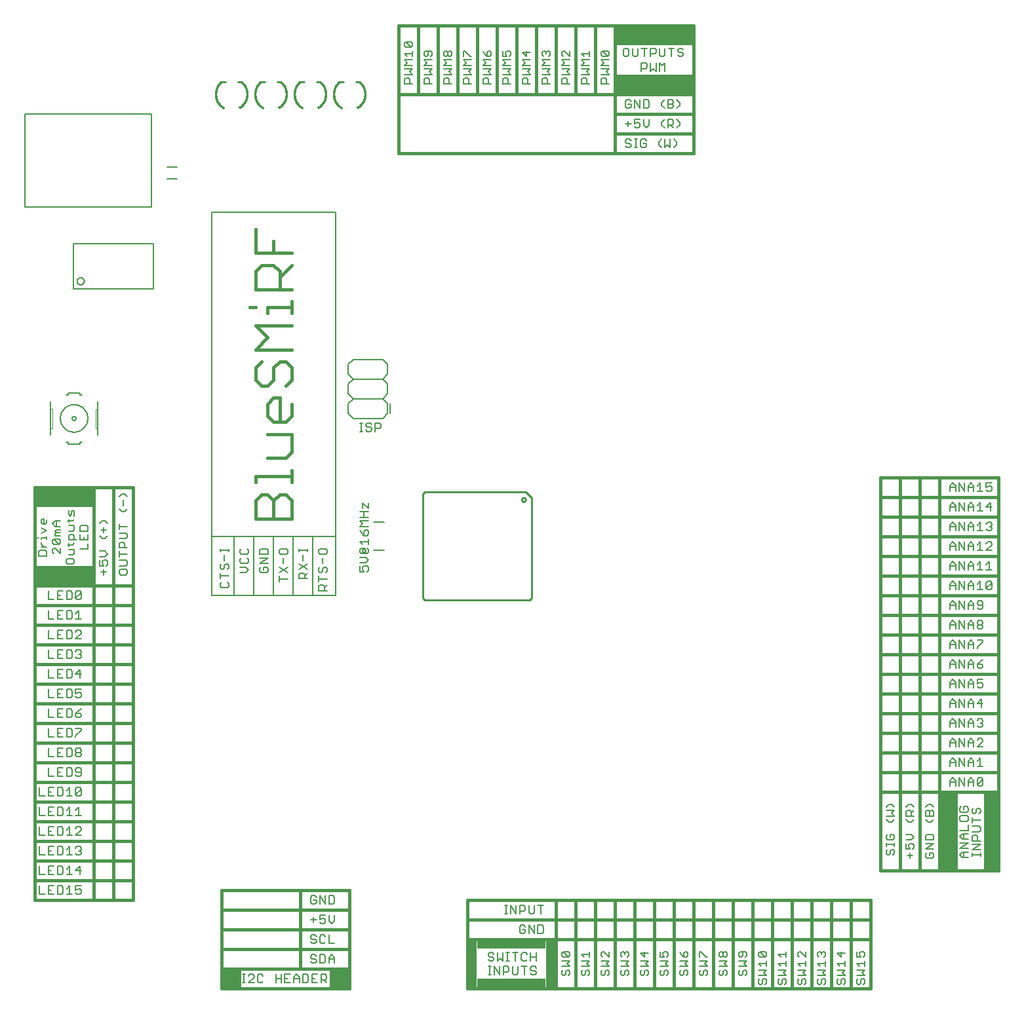
<source format=gto>
G75*
%MOIN*%
%OFA0B0*%
%FSLAX24Y24*%
%IPPOS*%
%LPD*%
%AMOC8*
5,1,8,0,0,1.08239X$1,22.5*
%
%ADD10C,0.0080*%
%ADD11C,0.0160*%
%ADD12C,0.0100*%
%ADD13C,0.0010*%
%ADD14C,0.0060*%
%ADD15C,0.0020*%
%ADD16R,0.4000X0.1000*%
%ADD17R,0.0925X0.4000*%
%ADD18R,0.0750X0.4000*%
%ADD19C,0.0050*%
%ADD20R,0.1000X0.1000*%
%ADD21R,0.0500X0.2500*%
%ADD22R,0.3500X0.0500*%
%ADD23R,0.3000X0.1000*%
D10*
X001238Y005470D02*
X001518Y005470D01*
X001698Y005470D02*
X001698Y005890D01*
X001979Y005890D01*
X002159Y005890D02*
X002159Y005470D01*
X002369Y005470D01*
X002439Y005540D01*
X002439Y005820D01*
X002369Y005890D01*
X002159Y005890D01*
X001839Y005680D02*
X001698Y005680D01*
X001698Y005470D02*
X001979Y005470D01*
X001238Y005470D02*
X001238Y005890D01*
X001238Y006470D02*
X001518Y006470D01*
X001698Y006470D02*
X001698Y006890D01*
X001979Y006890D01*
X002159Y006890D02*
X002159Y006470D01*
X002369Y006470D01*
X002439Y006540D01*
X002439Y006820D01*
X002369Y006890D01*
X002159Y006890D01*
X001839Y006680D02*
X001698Y006680D01*
X001698Y006470D02*
X001979Y006470D01*
X001238Y006470D02*
X001238Y006890D01*
X001238Y007470D02*
X001518Y007470D01*
X001698Y007470D02*
X001698Y007890D01*
X001979Y007890D01*
X002159Y007890D02*
X002159Y007470D01*
X002369Y007470D01*
X002439Y007540D01*
X002439Y007820D01*
X002369Y007890D01*
X002159Y007890D01*
X001839Y007680D02*
X001698Y007680D01*
X001698Y007470D02*
X001979Y007470D01*
X001238Y007470D02*
X001238Y007890D01*
X001238Y008470D02*
X001518Y008470D01*
X001698Y008470D02*
X001698Y008890D01*
X001979Y008890D01*
X002159Y008890D02*
X002159Y008470D01*
X002369Y008470D01*
X002439Y008540D01*
X002439Y008820D01*
X002369Y008890D01*
X002159Y008890D01*
X001839Y008680D02*
X001698Y008680D01*
X001698Y008470D02*
X001979Y008470D01*
X001238Y008470D02*
X001238Y008890D01*
X001238Y009470D02*
X001518Y009470D01*
X001698Y009470D02*
X001698Y009890D01*
X001979Y009890D01*
X002159Y009890D02*
X002159Y009470D01*
X002369Y009470D01*
X002439Y009540D01*
X002439Y009820D01*
X002369Y009890D01*
X002159Y009890D01*
X001839Y009680D02*
X001698Y009680D01*
X001698Y009470D02*
X001979Y009470D01*
X001238Y009470D02*
X001238Y009890D01*
X001238Y010470D02*
X001518Y010470D01*
X001698Y010470D02*
X001698Y010890D01*
X001979Y010890D01*
X002159Y010890D02*
X002159Y010470D01*
X002369Y010470D01*
X002439Y010540D01*
X002439Y010820D01*
X002369Y010890D01*
X002159Y010890D01*
X001839Y010680D02*
X001698Y010680D01*
X001698Y010470D02*
X001979Y010470D01*
X001238Y010470D02*
X001238Y010890D01*
X001698Y011470D02*
X001979Y011470D01*
X002159Y011470D02*
X002159Y011890D01*
X002439Y011890D01*
X002619Y011890D02*
X002619Y011470D01*
X002829Y011470D01*
X002899Y011540D01*
X002899Y011820D01*
X002829Y011890D01*
X002619Y011890D01*
X002299Y011680D02*
X002159Y011680D01*
X002159Y011470D02*
X002439Y011470D01*
X002759Y010890D02*
X002759Y010470D01*
X002619Y010470D02*
X002899Y010470D01*
X003080Y010540D02*
X003360Y010820D01*
X003360Y010540D01*
X003290Y010470D01*
X003150Y010470D01*
X003080Y010540D01*
X003080Y010820D01*
X003150Y010890D01*
X003290Y010890D01*
X003360Y010820D01*
X002759Y010890D02*
X002619Y010750D01*
X003150Y011470D02*
X003290Y011470D01*
X003360Y011540D01*
X003360Y011820D01*
X003290Y011890D01*
X003150Y011890D01*
X003080Y011820D01*
X003080Y011750D01*
X003150Y011680D01*
X003360Y011680D01*
X003150Y011470D02*
X003080Y011540D01*
X003150Y012470D02*
X003080Y012540D01*
X003080Y012610D01*
X003150Y012680D01*
X003290Y012680D01*
X003360Y012610D01*
X003360Y012540D01*
X003290Y012470D01*
X003150Y012470D01*
X003150Y012680D02*
X003080Y012750D01*
X003080Y012820D01*
X003150Y012890D01*
X003290Y012890D01*
X003360Y012820D01*
X003360Y012750D01*
X003290Y012680D01*
X002899Y012540D02*
X002899Y012820D01*
X002829Y012890D01*
X002619Y012890D01*
X002619Y012470D01*
X002829Y012470D01*
X002899Y012540D01*
X002439Y012470D02*
X002159Y012470D01*
X002159Y012890D01*
X002439Y012890D01*
X002299Y012680D02*
X002159Y012680D01*
X001979Y012470D02*
X001698Y012470D01*
X001698Y012890D01*
X001698Y013470D02*
X001979Y013470D01*
X002159Y013470D02*
X002159Y013890D01*
X002439Y013890D01*
X002619Y013890D02*
X002619Y013470D01*
X002829Y013470D01*
X002899Y013540D01*
X002899Y013820D01*
X002829Y013890D01*
X002619Y013890D01*
X002299Y013680D02*
X002159Y013680D01*
X002159Y013470D02*
X002439Y013470D01*
X001698Y013470D02*
X001698Y013890D01*
X001698Y014470D02*
X001979Y014470D01*
X002159Y014470D02*
X002159Y014890D01*
X002439Y014890D01*
X002619Y014890D02*
X002619Y014470D01*
X002829Y014470D01*
X002899Y014540D01*
X002899Y014820D01*
X002829Y014890D01*
X002619Y014890D01*
X002299Y014680D02*
X002159Y014680D01*
X002159Y014470D02*
X002439Y014470D01*
X001698Y014470D02*
X001698Y014890D01*
X001698Y015470D02*
X001979Y015470D01*
X002159Y015470D02*
X002159Y015890D01*
X002439Y015890D01*
X002619Y015890D02*
X002619Y015470D01*
X002829Y015470D01*
X002899Y015540D01*
X002899Y015820D01*
X002829Y015890D01*
X002619Y015890D01*
X002299Y015680D02*
X002159Y015680D01*
X002159Y015470D02*
X002439Y015470D01*
X001698Y015470D02*
X001698Y015890D01*
X001698Y016470D02*
X001979Y016470D01*
X002159Y016470D02*
X002159Y016890D01*
X002439Y016890D01*
X002619Y016890D02*
X002619Y016470D01*
X002829Y016470D01*
X002899Y016540D01*
X002899Y016820D01*
X002829Y016890D01*
X002619Y016890D01*
X002299Y016680D02*
X002159Y016680D01*
X002159Y016470D02*
X002439Y016470D01*
X001698Y016470D02*
X001698Y016890D01*
X001698Y017470D02*
X001979Y017470D01*
X002159Y017470D02*
X002159Y017890D01*
X002439Y017890D01*
X002619Y017890D02*
X002619Y017470D01*
X002829Y017470D01*
X002899Y017540D01*
X002899Y017820D01*
X002829Y017890D01*
X002619Y017890D01*
X002299Y017680D02*
X002159Y017680D01*
X002159Y017470D02*
X002439Y017470D01*
X001698Y017470D02*
X001698Y017890D01*
X001698Y018470D02*
X001979Y018470D01*
X002159Y018470D02*
X002159Y018890D01*
X002439Y018890D01*
X002619Y018890D02*
X002619Y018470D01*
X002829Y018470D01*
X002899Y018540D01*
X002899Y018820D01*
X002829Y018890D01*
X002619Y018890D01*
X002299Y018680D02*
X002159Y018680D01*
X002159Y018470D02*
X002439Y018470D01*
X001698Y018470D02*
X001698Y018890D01*
X001698Y019470D02*
X001979Y019470D01*
X002159Y019470D02*
X002159Y019890D01*
X002439Y019890D01*
X002619Y019890D02*
X002619Y019470D01*
X002829Y019470D01*
X002899Y019540D01*
X002899Y019820D01*
X002829Y019890D01*
X002619Y019890D01*
X002299Y019680D02*
X002159Y019680D01*
X002159Y019470D02*
X002439Y019470D01*
X001698Y019470D02*
X001698Y019890D01*
X001698Y020470D02*
X001979Y020470D01*
X002159Y020470D02*
X002159Y020890D01*
X002439Y020890D01*
X002619Y020890D02*
X002619Y020470D01*
X002829Y020470D01*
X002899Y020540D01*
X002899Y020820D01*
X002829Y020890D01*
X002619Y020890D01*
X002299Y020680D02*
X002159Y020680D01*
X002159Y020470D02*
X002439Y020470D01*
X001698Y020470D02*
X001698Y020890D01*
X003080Y020820D02*
X003080Y020540D01*
X003360Y020820D01*
X003360Y020540D01*
X003290Y020470D01*
X003150Y020470D01*
X003080Y020540D01*
X003080Y020820D02*
X003150Y020890D01*
X003290Y020890D01*
X003360Y020820D01*
X003220Y019890D02*
X003220Y019470D01*
X003080Y019470D02*
X003360Y019470D01*
X003080Y019750D02*
X003220Y019890D01*
X003290Y018890D02*
X003150Y018890D01*
X003080Y018820D01*
X003290Y018890D02*
X003360Y018820D01*
X003360Y018750D01*
X003080Y018470D01*
X003360Y018470D01*
X003290Y017890D02*
X003360Y017820D01*
X003360Y017750D01*
X003290Y017680D01*
X003360Y017610D01*
X003360Y017540D01*
X003290Y017470D01*
X003150Y017470D01*
X003080Y017540D01*
X003220Y017680D02*
X003290Y017680D01*
X003290Y017890D02*
X003150Y017890D01*
X003080Y017820D01*
X003290Y016890D02*
X003080Y016680D01*
X003360Y016680D01*
X003290Y016470D02*
X003290Y016890D01*
X003360Y015890D02*
X003080Y015890D01*
X003080Y015680D01*
X003220Y015750D01*
X003290Y015750D01*
X003360Y015680D01*
X003360Y015540D01*
X003290Y015470D01*
X003150Y015470D01*
X003080Y015540D01*
X003360Y014890D02*
X003220Y014820D01*
X003080Y014680D01*
X003290Y014680D01*
X003360Y014610D01*
X003360Y014540D01*
X003290Y014470D01*
X003150Y014470D01*
X003080Y014540D01*
X003080Y014680D01*
X003080Y013890D02*
X003360Y013890D01*
X003360Y013820D01*
X003080Y013540D01*
X003080Y013470D01*
X001698Y011890D02*
X001698Y011470D01*
X002759Y009890D02*
X002759Y009470D01*
X002619Y009470D02*
X002899Y009470D01*
X003080Y009470D02*
X003360Y009470D01*
X003220Y009470D02*
X003220Y009890D01*
X003080Y009750D01*
X002759Y009890D02*
X002619Y009750D01*
X002759Y008890D02*
X002759Y008470D01*
X002619Y008470D02*
X002899Y008470D01*
X003080Y008470D02*
X003360Y008750D01*
X003360Y008820D01*
X003290Y008890D01*
X003150Y008890D01*
X003080Y008820D01*
X002759Y008890D02*
X002619Y008750D01*
X003080Y008470D02*
X003360Y008470D01*
X003290Y007890D02*
X003360Y007820D01*
X003360Y007750D01*
X003290Y007680D01*
X003360Y007610D01*
X003360Y007540D01*
X003290Y007470D01*
X003150Y007470D01*
X003080Y007540D01*
X002899Y007470D02*
X002619Y007470D01*
X002759Y007470D02*
X002759Y007890D01*
X002619Y007750D01*
X003080Y007820D02*
X003150Y007890D01*
X003290Y007890D01*
X003290Y007680D02*
X003220Y007680D01*
X003290Y006890D02*
X003080Y006680D01*
X003360Y006680D01*
X003290Y006470D02*
X003290Y006890D01*
X002759Y006890D02*
X002759Y006470D01*
X002619Y006470D02*
X002899Y006470D01*
X002619Y006750D02*
X002759Y006890D01*
X002759Y005890D02*
X002759Y005470D01*
X002619Y005470D02*
X002899Y005470D01*
X003080Y005540D02*
X003150Y005470D01*
X003290Y005470D01*
X003360Y005540D01*
X003360Y005680D01*
X003290Y005750D01*
X003220Y005750D01*
X003080Y005680D01*
X003080Y005890D01*
X003360Y005890D01*
X002759Y005890D02*
X002619Y005750D01*
X011565Y001390D02*
X011705Y001390D01*
X011635Y001390D02*
X011635Y000970D01*
X011565Y000970D02*
X011705Y000970D01*
X011872Y000970D02*
X012152Y001250D01*
X012152Y001320D01*
X012082Y001390D01*
X011942Y001390D01*
X011872Y001320D01*
X011872Y000970D02*
X012152Y000970D01*
X012332Y001040D02*
X012402Y000970D01*
X012542Y000970D01*
X012612Y001040D01*
X012332Y001040D02*
X012332Y001320D01*
X012402Y001390D01*
X012542Y001390D01*
X012612Y001320D01*
X013253Y001390D02*
X013253Y000970D01*
X013253Y001180D02*
X013533Y001180D01*
X013713Y001180D02*
X013853Y001180D01*
X013713Y001390D02*
X013713Y000970D01*
X013994Y000970D01*
X014174Y000970D02*
X014174Y001250D01*
X014314Y001390D01*
X014454Y001250D01*
X014454Y000970D01*
X014634Y000970D02*
X014844Y000970D01*
X014914Y001040D01*
X014914Y001320D01*
X014844Y001390D01*
X014634Y001390D01*
X014634Y000970D01*
X014454Y001180D02*
X014174Y001180D01*
X013994Y001390D02*
X013713Y001390D01*
X013533Y001390D02*
X013533Y000970D01*
X015094Y000970D02*
X015375Y000970D01*
X015555Y000970D02*
X015555Y001390D01*
X015765Y001390D01*
X015835Y001320D01*
X015835Y001180D01*
X015765Y001110D01*
X015555Y001110D01*
X015695Y001110D02*
X015835Y000970D01*
X015375Y001390D02*
X015094Y001390D01*
X015094Y000970D01*
X015094Y001180D02*
X015235Y001180D01*
X015250Y001970D02*
X015110Y001970D01*
X015040Y002040D01*
X015110Y002180D02*
X015250Y002180D01*
X015320Y002110D01*
X015320Y002040D01*
X015250Y001970D01*
X015500Y001970D02*
X015711Y001970D01*
X015781Y002040D01*
X015781Y002320D01*
X015711Y002390D01*
X015500Y002390D01*
X015500Y001970D01*
X015320Y002320D02*
X015250Y002390D01*
X015110Y002390D01*
X015040Y002320D01*
X015040Y002250D01*
X015110Y002180D01*
X015110Y002970D02*
X015040Y003040D01*
X015110Y002970D02*
X015250Y002970D01*
X015320Y003040D01*
X015320Y003110D01*
X015250Y003180D01*
X015110Y003180D01*
X015040Y003250D01*
X015040Y003320D01*
X015110Y003390D01*
X015250Y003390D01*
X015320Y003320D01*
X015500Y003320D02*
X015500Y003040D01*
X015570Y002970D01*
X015711Y002970D01*
X015781Y003040D01*
X015961Y002970D02*
X015961Y003390D01*
X015781Y003320D02*
X015711Y003390D01*
X015570Y003390D01*
X015500Y003320D01*
X015961Y002970D02*
X016241Y002970D01*
X016101Y002390D02*
X016241Y002250D01*
X016241Y001970D01*
X016241Y002180D02*
X015961Y002180D01*
X015961Y002250D02*
X016101Y002390D01*
X015961Y002250D02*
X015961Y001970D01*
X016101Y003970D02*
X016241Y004110D01*
X016241Y004390D01*
X015961Y004390D02*
X015961Y004110D01*
X016101Y003970D01*
X015781Y004040D02*
X015711Y003970D01*
X015570Y003970D01*
X015500Y004040D01*
X015500Y004180D02*
X015641Y004250D01*
X015711Y004250D01*
X015781Y004180D01*
X015781Y004040D01*
X015500Y004180D02*
X015500Y004390D01*
X015781Y004390D01*
X015320Y004180D02*
X015040Y004180D01*
X015180Y004320D02*
X015180Y004040D01*
X015110Y004970D02*
X015250Y004970D01*
X015320Y005040D01*
X015320Y005180D01*
X015180Y005180D01*
X015040Y005040D02*
X015110Y004970D01*
X015040Y005040D02*
X015040Y005320D01*
X015110Y005390D01*
X015250Y005390D01*
X015320Y005320D01*
X015500Y005390D02*
X015781Y004970D01*
X015781Y005390D01*
X015961Y005390D02*
X016171Y005390D01*
X016241Y005320D01*
X016241Y005040D01*
X016171Y004970D01*
X015961Y004970D01*
X015961Y005390D01*
X015500Y005390D02*
X015500Y004970D01*
X024061Y002420D02*
X024061Y002350D01*
X024131Y002280D01*
X024271Y002280D01*
X024341Y002210D01*
X024341Y002140D01*
X024271Y002070D01*
X024131Y002070D01*
X024061Y002140D01*
X024061Y002420D02*
X024131Y002490D01*
X024271Y002490D01*
X024341Y002420D01*
X024521Y002490D02*
X024521Y002070D01*
X024661Y002210D01*
X024801Y002070D01*
X024801Y002490D01*
X024981Y002490D02*
X025121Y002490D01*
X025051Y002490D02*
X025051Y002070D01*
X024981Y002070D02*
X025121Y002070D01*
X025038Y001790D02*
X024828Y001790D01*
X024828Y001370D01*
X024828Y001510D02*
X025038Y001510D01*
X025108Y001580D01*
X025108Y001720D01*
X025038Y001790D01*
X025288Y001790D02*
X025288Y001440D01*
X025358Y001370D01*
X025498Y001370D01*
X025569Y001440D01*
X025569Y001790D01*
X025749Y001790D02*
X026029Y001790D01*
X025889Y001790D02*
X025889Y001370D01*
X026209Y001440D02*
X026279Y001370D01*
X026419Y001370D01*
X026489Y001440D01*
X026489Y001510D01*
X026419Y001580D01*
X026279Y001580D01*
X026209Y001650D01*
X026209Y001720D01*
X026279Y001790D01*
X026419Y001790D01*
X026489Y001720D01*
X026489Y002070D02*
X026489Y002490D01*
X026489Y002280D02*
X026209Y002280D01*
X026209Y002070D02*
X026209Y002490D01*
X026029Y002420D02*
X025959Y002490D01*
X025819Y002490D01*
X025749Y002420D01*
X025749Y002140D01*
X025819Y002070D01*
X025959Y002070D01*
X026029Y002140D01*
X025569Y002490D02*
X025288Y002490D01*
X025428Y002490D02*
X025428Y002070D01*
X024648Y001790D02*
X024648Y001370D01*
X024367Y001790D01*
X024367Y001370D01*
X024201Y001370D02*
X024061Y001370D01*
X024131Y001370D02*
X024131Y001790D01*
X024061Y001790D02*
X024201Y001790D01*
X025729Y003470D02*
X025869Y003470D01*
X025939Y003540D01*
X025939Y003680D01*
X025799Y003680D01*
X025659Y003540D02*
X025729Y003470D01*
X025659Y003540D02*
X025659Y003820D01*
X025729Y003890D01*
X025869Y003890D01*
X025939Y003820D01*
X026119Y003890D02*
X026399Y003470D01*
X026399Y003890D01*
X026580Y003890D02*
X026790Y003890D01*
X026860Y003820D01*
X026860Y003540D01*
X026790Y003470D01*
X026580Y003470D01*
X026580Y003890D01*
X026119Y003890D02*
X026119Y003470D01*
X026189Y004470D02*
X026329Y004470D01*
X026399Y004540D01*
X026399Y004890D01*
X026580Y004890D02*
X026860Y004890D01*
X026720Y004890D02*
X026720Y004470D01*
X026189Y004470D02*
X026119Y004540D01*
X026119Y004890D01*
X025939Y004820D02*
X025939Y004680D01*
X025869Y004610D01*
X025659Y004610D01*
X025659Y004470D02*
X025659Y004890D01*
X025869Y004890D01*
X025939Y004820D01*
X025479Y004890D02*
X025479Y004470D01*
X025198Y004890D01*
X025198Y004470D01*
X025032Y004470D02*
X024891Y004470D01*
X024962Y004470D02*
X024962Y004890D01*
X025032Y004890D02*
X024891Y004890D01*
X027790Y002470D02*
X027860Y002540D01*
X028140Y002260D01*
X028210Y002330D01*
X028210Y002470D01*
X028140Y002540D01*
X027860Y002540D01*
X027790Y002470D02*
X027790Y002330D01*
X027860Y002260D01*
X028140Y002260D01*
X028210Y002079D02*
X027790Y002079D01*
X027790Y001799D02*
X028210Y001799D01*
X028070Y001939D01*
X028210Y002079D01*
X028140Y001619D02*
X028210Y001549D01*
X028210Y001409D01*
X028140Y001339D01*
X028000Y001409D02*
X028000Y001549D01*
X028070Y001619D01*
X028140Y001619D01*
X028000Y001409D02*
X027930Y001339D01*
X027860Y001339D01*
X027790Y001409D01*
X027790Y001549D01*
X027860Y001619D01*
X028790Y001549D02*
X028790Y001409D01*
X028860Y001339D01*
X028930Y001339D01*
X029000Y001409D01*
X029000Y001549D01*
X029070Y001619D01*
X029140Y001619D01*
X029210Y001549D01*
X029210Y001409D01*
X029140Y001339D01*
X028860Y001619D02*
X028790Y001549D01*
X028790Y001799D02*
X029210Y001799D01*
X029070Y001939D01*
X029210Y002079D01*
X028790Y002079D01*
X028930Y002260D02*
X028790Y002400D01*
X029210Y002400D01*
X029210Y002260D02*
X029210Y002540D01*
X029790Y002470D02*
X029790Y002330D01*
X029860Y002260D01*
X029790Y002079D02*
X030210Y002079D01*
X030070Y001939D01*
X030210Y001799D01*
X029790Y001799D01*
X029860Y001619D02*
X029790Y001549D01*
X029790Y001409D01*
X029860Y001339D01*
X029930Y001339D01*
X030000Y001409D01*
X030000Y001549D01*
X030070Y001619D01*
X030140Y001619D01*
X030210Y001549D01*
X030210Y001409D01*
X030140Y001339D01*
X030790Y001409D02*
X030790Y001549D01*
X030860Y001619D01*
X031000Y001549D02*
X031000Y001409D01*
X030930Y001339D01*
X030860Y001339D01*
X030790Y001409D01*
X031000Y001549D02*
X031070Y001619D01*
X031140Y001619D01*
X031210Y001549D01*
X031210Y001409D01*
X031140Y001339D01*
X031210Y001799D02*
X030790Y001799D01*
X030790Y002079D02*
X031210Y002079D01*
X031070Y001939D01*
X031210Y001799D01*
X031140Y002260D02*
X031210Y002330D01*
X031210Y002470D01*
X031140Y002540D01*
X031070Y002540D01*
X031000Y002470D01*
X031000Y002400D01*
X031000Y002470D02*
X030930Y002540D01*
X030860Y002540D01*
X030790Y002470D01*
X030790Y002330D01*
X030860Y002260D01*
X030210Y002260D02*
X029930Y002540D01*
X029860Y002540D01*
X029790Y002470D01*
X030210Y002540D02*
X030210Y002260D01*
X031790Y002079D02*
X032210Y002079D01*
X032070Y001939D01*
X032210Y001799D01*
X031790Y001799D01*
X031860Y001619D02*
X031790Y001549D01*
X031790Y001409D01*
X031860Y001339D01*
X031930Y001339D01*
X032000Y001409D01*
X032000Y001549D01*
X032070Y001619D01*
X032140Y001619D01*
X032210Y001549D01*
X032210Y001409D01*
X032140Y001339D01*
X032790Y001409D02*
X032790Y001549D01*
X032860Y001619D01*
X033000Y001549D02*
X033000Y001409D01*
X032930Y001339D01*
X032860Y001339D01*
X032790Y001409D01*
X033000Y001549D02*
X033070Y001619D01*
X033140Y001619D01*
X033210Y001549D01*
X033210Y001409D01*
X033140Y001339D01*
X033210Y001799D02*
X032790Y001799D01*
X032790Y002079D02*
X033210Y002079D01*
X033070Y001939D01*
X033210Y001799D01*
X033140Y002260D02*
X033210Y002330D01*
X033210Y002470D01*
X033140Y002540D01*
X033000Y002540D01*
X032930Y002470D01*
X032930Y002400D01*
X033000Y002260D01*
X032790Y002260D01*
X032790Y002540D01*
X032210Y002470D02*
X031790Y002470D01*
X032000Y002260D01*
X032000Y002540D01*
X033790Y002540D02*
X033860Y002400D01*
X034000Y002260D01*
X034000Y002470D01*
X034070Y002540D01*
X034140Y002540D01*
X034210Y002470D01*
X034210Y002330D01*
X034140Y002260D01*
X034000Y002260D01*
X034210Y002079D02*
X033790Y002079D01*
X033790Y001799D02*
X034210Y001799D01*
X034070Y001939D01*
X034210Y002079D01*
X034140Y001619D02*
X034210Y001549D01*
X034210Y001409D01*
X034140Y001339D01*
X034000Y001409D02*
X034000Y001549D01*
X034070Y001619D01*
X034140Y001619D01*
X034000Y001409D02*
X033930Y001339D01*
X033860Y001339D01*
X033790Y001409D01*
X033790Y001549D01*
X033860Y001619D01*
X034790Y001549D02*
X034790Y001409D01*
X034860Y001339D01*
X034930Y001339D01*
X035000Y001409D01*
X035000Y001549D01*
X035070Y001619D01*
X035140Y001619D01*
X035210Y001549D01*
X035210Y001409D01*
X035140Y001339D01*
X034860Y001619D02*
X034790Y001549D01*
X034790Y001799D02*
X035210Y001799D01*
X035070Y001939D01*
X035210Y002079D01*
X034790Y002079D01*
X034790Y002260D02*
X034790Y002540D01*
X034860Y002540D01*
X035140Y002260D01*
X035210Y002260D01*
X035790Y002330D02*
X035790Y002470D01*
X035860Y002540D01*
X035930Y002540D01*
X036000Y002470D01*
X036000Y002330D01*
X035930Y002260D01*
X035860Y002260D01*
X035790Y002330D01*
X036000Y002330D02*
X036070Y002260D01*
X036140Y002260D01*
X036210Y002330D01*
X036210Y002470D01*
X036140Y002540D01*
X036070Y002540D01*
X036000Y002470D01*
X036210Y002079D02*
X035790Y002079D01*
X035790Y001799D02*
X036210Y001799D01*
X036070Y001939D01*
X036210Y002079D01*
X036140Y001619D02*
X036210Y001549D01*
X036210Y001409D01*
X036140Y001339D01*
X036000Y001409D02*
X036000Y001549D01*
X036070Y001619D01*
X036140Y001619D01*
X036000Y001409D02*
X035930Y001339D01*
X035860Y001339D01*
X035790Y001409D01*
X035790Y001549D01*
X035860Y001619D01*
X036790Y001549D02*
X036790Y001409D01*
X036860Y001339D01*
X036930Y001339D01*
X037000Y001409D01*
X037000Y001549D01*
X037070Y001619D01*
X037140Y001619D01*
X037210Y001549D01*
X037210Y001409D01*
X037140Y001339D01*
X036860Y001619D02*
X036790Y001549D01*
X036790Y001799D02*
X037210Y001799D01*
X037070Y001939D01*
X037210Y002079D01*
X036790Y002079D01*
X036860Y002260D02*
X036930Y002260D01*
X037000Y002330D01*
X037000Y002540D01*
X037140Y002540D02*
X036860Y002540D01*
X036790Y002470D01*
X036790Y002330D01*
X036860Y002260D01*
X037140Y002260D02*
X037210Y002330D01*
X037210Y002470D01*
X037140Y002540D01*
X037790Y002470D02*
X037860Y002540D01*
X038140Y002260D01*
X038210Y002330D01*
X038210Y002470D01*
X038140Y002540D01*
X037860Y002540D01*
X037790Y002470D02*
X037790Y002330D01*
X037860Y002260D01*
X038140Y002260D01*
X038210Y002079D02*
X038210Y001799D01*
X038210Y001939D02*
X037790Y001939D01*
X037930Y001799D01*
X037790Y001619D02*
X038210Y001619D01*
X038070Y001479D01*
X038210Y001339D01*
X037790Y001339D01*
X037860Y001159D02*
X037790Y001089D01*
X037790Y000948D01*
X037860Y000878D01*
X037930Y000878D01*
X038000Y000948D01*
X038000Y001089D01*
X038070Y001159D01*
X038140Y001159D01*
X038210Y001089D01*
X038210Y000948D01*
X038140Y000878D01*
X038790Y000948D02*
X038790Y001089D01*
X038860Y001159D01*
X039000Y001089D02*
X039070Y001159D01*
X039140Y001159D01*
X039210Y001089D01*
X039210Y000948D01*
X039140Y000878D01*
X039000Y000948D02*
X039000Y001089D01*
X039000Y000948D02*
X038930Y000878D01*
X038860Y000878D01*
X038790Y000948D01*
X038790Y001339D02*
X039210Y001339D01*
X039070Y001479D01*
X039210Y001619D01*
X038790Y001619D01*
X038930Y001799D02*
X038790Y001939D01*
X039210Y001939D01*
X039210Y001799D02*
X039210Y002079D01*
X039210Y002260D02*
X039210Y002540D01*
X039210Y002400D02*
X038790Y002400D01*
X038930Y002260D01*
X039790Y002330D02*
X039860Y002260D01*
X039790Y002330D02*
X039790Y002470D01*
X039860Y002540D01*
X039930Y002540D01*
X040210Y002260D01*
X040210Y002540D01*
X040210Y002079D02*
X040210Y001799D01*
X040210Y001939D02*
X039790Y001939D01*
X039930Y001799D01*
X039790Y001619D02*
X040210Y001619D01*
X040070Y001479D01*
X040210Y001339D01*
X039790Y001339D01*
X039860Y001159D02*
X039790Y001089D01*
X039790Y000948D01*
X039860Y000878D01*
X039930Y000878D01*
X040000Y000948D01*
X040000Y001089D01*
X040070Y001159D01*
X040140Y001159D01*
X040210Y001089D01*
X040210Y000948D01*
X040140Y000878D01*
X040790Y000948D02*
X040790Y001089D01*
X040860Y001159D01*
X041000Y001089D02*
X041070Y001159D01*
X041140Y001159D01*
X041210Y001089D01*
X041210Y000948D01*
X041140Y000878D01*
X041000Y000948D02*
X041000Y001089D01*
X041000Y000948D02*
X040930Y000878D01*
X040860Y000878D01*
X040790Y000948D01*
X040790Y001339D02*
X041210Y001339D01*
X041070Y001479D01*
X041210Y001619D01*
X040790Y001619D01*
X040930Y001799D02*
X040790Y001939D01*
X041210Y001939D01*
X041210Y001799D02*
X041210Y002079D01*
X041140Y002260D02*
X041210Y002330D01*
X041210Y002470D01*
X041140Y002540D01*
X041070Y002540D01*
X041000Y002470D01*
X041000Y002400D01*
X041000Y002470D02*
X040930Y002540D01*
X040860Y002540D01*
X040790Y002470D01*
X040790Y002330D01*
X040860Y002260D01*
X041790Y002470D02*
X042000Y002260D01*
X042000Y002540D01*
X042210Y002470D02*
X041790Y002470D01*
X041790Y001939D02*
X042210Y001939D01*
X042210Y001799D02*
X042210Y002079D01*
X041930Y001799D02*
X041790Y001939D01*
X041790Y001619D02*
X042210Y001619D01*
X042070Y001479D01*
X042210Y001339D01*
X041790Y001339D01*
X041860Y001159D02*
X041790Y001089D01*
X041790Y000948D01*
X041860Y000878D01*
X041930Y000878D01*
X042000Y000948D01*
X042000Y001089D01*
X042070Y001159D01*
X042140Y001159D01*
X042210Y001089D01*
X042210Y000948D01*
X042140Y000878D01*
X042790Y000948D02*
X042790Y001089D01*
X042860Y001159D01*
X043000Y001089D02*
X043070Y001159D01*
X043140Y001159D01*
X043210Y001089D01*
X043210Y000948D01*
X043140Y000878D01*
X043000Y000948D02*
X043000Y001089D01*
X043000Y000948D02*
X042930Y000878D01*
X042860Y000878D01*
X042790Y000948D01*
X042790Y001339D02*
X043210Y001339D01*
X043070Y001479D01*
X043210Y001619D01*
X042790Y001619D01*
X042930Y001799D02*
X042790Y001939D01*
X043210Y001939D01*
X043210Y001799D02*
X043210Y002079D01*
X043140Y002260D02*
X043210Y002330D01*
X043210Y002470D01*
X043140Y002540D01*
X043000Y002540D01*
X042930Y002470D01*
X042930Y002400D01*
X043000Y002260D01*
X042790Y002260D01*
X042790Y002540D01*
X044360Y007458D02*
X044430Y007458D01*
X044500Y007528D01*
X044500Y007668D01*
X044570Y007738D01*
X044640Y007738D01*
X044710Y007668D01*
X044710Y007528D01*
X044640Y007458D01*
X044360Y007458D02*
X044290Y007528D01*
X044290Y007668D01*
X044360Y007738D01*
X044290Y007918D02*
X044290Y008058D01*
X044290Y007988D02*
X044710Y007988D01*
X044710Y007918D02*
X044710Y008058D01*
X044640Y008225D02*
X044710Y008295D01*
X044710Y008435D01*
X044640Y008505D01*
X044500Y008505D01*
X044500Y008365D01*
X044360Y008225D02*
X044640Y008225D01*
X044360Y008225D02*
X044290Y008295D01*
X044290Y008435D01*
X044360Y008505D01*
X044430Y009146D02*
X044290Y009286D01*
X044290Y009453D02*
X044710Y009453D01*
X044570Y009593D01*
X044710Y009733D01*
X044290Y009733D01*
X044290Y009913D02*
X044430Y010053D01*
X044570Y010053D01*
X044710Y009913D01*
X045290Y009913D02*
X045430Y010053D01*
X045570Y010053D01*
X045710Y009913D01*
X045710Y009733D02*
X045570Y009593D01*
X045570Y009663D02*
X045570Y009453D01*
X045710Y009453D02*
X045290Y009453D01*
X045290Y009663D01*
X045360Y009733D01*
X045500Y009733D01*
X045570Y009663D01*
X045710Y009286D02*
X045570Y009146D01*
X045430Y009146D01*
X045290Y009286D01*
X044710Y009286D02*
X044570Y009146D01*
X044430Y009146D01*
X045290Y008505D02*
X045570Y008505D01*
X045710Y008365D01*
X045570Y008225D01*
X045290Y008225D01*
X045290Y008045D02*
X045290Y007765D01*
X045500Y007765D01*
X045430Y007905D01*
X045430Y007975D01*
X045500Y008045D01*
X045640Y008045D01*
X045710Y007975D01*
X045710Y007835D01*
X045640Y007765D01*
X045500Y007584D02*
X045500Y007304D01*
X045360Y007444D02*
X045640Y007444D01*
X046290Y007374D02*
X046360Y007304D01*
X046640Y007304D01*
X046710Y007374D01*
X046710Y007514D01*
X046640Y007584D01*
X046500Y007584D01*
X046500Y007444D01*
X046360Y007584D02*
X046290Y007514D01*
X046290Y007374D01*
X046290Y007765D02*
X046710Y008045D01*
X046290Y008045D01*
X046290Y008225D02*
X046290Y008435D01*
X046360Y008505D01*
X046640Y008505D01*
X046710Y008435D01*
X046710Y008225D01*
X046290Y008225D01*
X046290Y007765D02*
X046710Y007765D01*
X048040Y007799D02*
X048460Y008079D01*
X048040Y008079D01*
X048180Y008260D02*
X048040Y008400D01*
X048180Y008540D01*
X048460Y008540D01*
X048460Y008720D02*
X048040Y008720D01*
X048250Y008540D02*
X048250Y008260D01*
X048180Y008260D02*
X048460Y008260D01*
X048665Y008183D02*
X048665Y008393D01*
X048735Y008463D01*
X048875Y008463D01*
X048945Y008393D01*
X048945Y008183D01*
X049085Y008183D02*
X048665Y008183D01*
X048665Y008003D02*
X049085Y008003D01*
X048665Y007722D01*
X049085Y007722D01*
X049085Y007556D02*
X049085Y007416D01*
X049085Y007486D02*
X048665Y007486D01*
X048665Y007416D02*
X048665Y007556D01*
X048460Y007619D02*
X048180Y007619D01*
X048040Y007479D01*
X048180Y007339D01*
X048460Y007339D01*
X048250Y007339D02*
X048250Y007619D01*
X048460Y007799D02*
X048040Y007799D01*
X048460Y008720D02*
X048460Y009000D01*
X048390Y009180D02*
X048110Y009180D01*
X048040Y009250D01*
X048040Y009391D01*
X048110Y009461D01*
X048390Y009461D01*
X048460Y009391D01*
X048460Y009250D01*
X048390Y009180D01*
X048665Y009244D02*
X049085Y009244D01*
X049015Y009564D02*
X049085Y009634D01*
X049085Y009774D01*
X049015Y009844D01*
X048945Y009844D01*
X048875Y009774D01*
X048875Y009634D01*
X048805Y009564D01*
X048735Y009564D01*
X048665Y009634D01*
X048665Y009774D01*
X048735Y009844D01*
X048460Y009851D02*
X048390Y009921D01*
X048250Y009921D01*
X048250Y009781D01*
X048390Y009641D02*
X048460Y009711D01*
X048460Y009851D01*
X048390Y009641D02*
X048110Y009641D01*
X048040Y009711D01*
X048040Y009851D01*
X048110Y009921D01*
X048665Y009384D02*
X048665Y009104D01*
X048665Y008924D02*
X049015Y008924D01*
X049085Y008853D01*
X049085Y008713D01*
X049015Y008643D01*
X048665Y008643D01*
X046710Y009286D02*
X046570Y009146D01*
X046430Y009146D01*
X046290Y009286D01*
X046290Y009453D02*
X046290Y009663D01*
X046360Y009733D01*
X046430Y009733D01*
X046500Y009663D01*
X046500Y009453D01*
X046500Y009663D02*
X046570Y009733D01*
X046640Y009733D01*
X046710Y009663D01*
X046710Y009453D01*
X046290Y009453D01*
X046290Y009913D02*
X046430Y010053D01*
X046570Y010053D01*
X046710Y009913D01*
X047540Y010970D02*
X047540Y011250D01*
X047680Y011390D01*
X047820Y011250D01*
X047820Y010970D01*
X048000Y010970D02*
X048000Y011390D01*
X048281Y010970D01*
X048281Y011390D01*
X048461Y011250D02*
X048601Y011390D01*
X048741Y011250D01*
X048741Y010970D01*
X048921Y011040D02*
X049201Y011320D01*
X049201Y011040D01*
X049131Y010970D01*
X048991Y010970D01*
X048921Y011040D01*
X048921Y011320D01*
X048991Y011390D01*
X049131Y011390D01*
X049201Y011320D01*
X048741Y011180D02*
X048461Y011180D01*
X048461Y011250D02*
X048461Y010970D01*
X047820Y011180D02*
X047540Y011180D01*
X047540Y011970D02*
X047540Y012250D01*
X047680Y012390D01*
X047820Y012250D01*
X047820Y011970D01*
X048000Y011970D02*
X048000Y012390D01*
X048281Y011970D01*
X048281Y012390D01*
X048461Y012250D02*
X048601Y012390D01*
X048741Y012250D01*
X048741Y011970D01*
X048921Y011970D02*
X049201Y011970D01*
X049061Y011970D02*
X049061Y012390D01*
X048921Y012250D01*
X048741Y012180D02*
X048461Y012180D01*
X048461Y012250D02*
X048461Y011970D01*
X047820Y012180D02*
X047540Y012180D01*
X047540Y012970D02*
X047540Y013250D01*
X047680Y013390D01*
X047820Y013250D01*
X047820Y012970D01*
X048000Y012970D02*
X048000Y013390D01*
X048281Y012970D01*
X048281Y013390D01*
X048461Y013250D02*
X048601Y013390D01*
X048741Y013250D01*
X048741Y012970D01*
X048921Y012970D02*
X049201Y013250D01*
X049201Y013320D01*
X049131Y013390D01*
X048991Y013390D01*
X048921Y013320D01*
X048741Y013180D02*
X048461Y013180D01*
X048461Y013250D02*
X048461Y012970D01*
X048921Y012970D02*
X049201Y012970D01*
X049131Y013970D02*
X048991Y013970D01*
X048921Y014040D01*
X048741Y013970D02*
X048741Y014250D01*
X048601Y014390D01*
X048461Y014250D01*
X048461Y013970D01*
X048281Y013970D02*
X048281Y014390D01*
X048461Y014180D02*
X048741Y014180D01*
X048921Y014320D02*
X048991Y014390D01*
X049131Y014390D01*
X049201Y014320D01*
X049201Y014250D01*
X049131Y014180D01*
X049201Y014110D01*
X049201Y014040D01*
X049131Y013970D01*
X049131Y014180D02*
X049061Y014180D01*
X049131Y014970D02*
X049131Y015390D01*
X048921Y015180D01*
X049201Y015180D01*
X048741Y015180D02*
X048461Y015180D01*
X048461Y015250D02*
X048601Y015390D01*
X048741Y015250D01*
X048741Y014970D01*
X048461Y014970D02*
X048461Y015250D01*
X048281Y015390D02*
X048281Y014970D01*
X048000Y015390D01*
X048000Y014970D01*
X047820Y014970D02*
X047820Y015250D01*
X047680Y015390D01*
X047540Y015250D01*
X047540Y014970D01*
X047540Y015180D02*
X047820Y015180D01*
X047820Y015970D02*
X047820Y016250D01*
X047680Y016390D01*
X047540Y016250D01*
X047540Y015970D01*
X047540Y016180D02*
X047820Y016180D01*
X048000Y015970D02*
X048000Y016390D01*
X048281Y015970D01*
X048281Y016390D01*
X048461Y016250D02*
X048601Y016390D01*
X048741Y016250D01*
X048741Y015970D01*
X048921Y016040D02*
X048991Y015970D01*
X049131Y015970D01*
X049201Y016040D01*
X049201Y016180D01*
X049131Y016250D01*
X049061Y016250D01*
X048921Y016180D01*
X048921Y016390D01*
X049201Y016390D01*
X048741Y016180D02*
X048461Y016180D01*
X048461Y016250D02*
X048461Y015970D01*
X048461Y016970D02*
X048461Y017250D01*
X048601Y017390D01*
X048741Y017250D01*
X048741Y016970D01*
X048921Y017040D02*
X048991Y016970D01*
X049131Y016970D01*
X049201Y017040D01*
X049201Y017110D01*
X049131Y017180D01*
X048921Y017180D01*
X048921Y017040D01*
X048921Y017180D02*
X049061Y017320D01*
X049201Y017390D01*
X048741Y017180D02*
X048461Y017180D01*
X048281Y016970D02*
X048281Y017390D01*
X048000Y017390D02*
X048000Y016970D01*
X047820Y016970D02*
X047820Y017250D01*
X047680Y017390D01*
X047540Y017250D01*
X047540Y016970D01*
X047540Y017180D02*
X047820Y017180D01*
X048000Y017390D02*
X048281Y016970D01*
X048281Y017970D02*
X048281Y018390D01*
X048461Y018250D02*
X048601Y018390D01*
X048741Y018250D01*
X048741Y017970D01*
X048921Y017970D02*
X048921Y018040D01*
X049201Y018320D01*
X049201Y018390D01*
X048921Y018390D01*
X048741Y018180D02*
X048461Y018180D01*
X048461Y018250D02*
X048461Y017970D01*
X048281Y017970D02*
X048000Y018390D01*
X048000Y017970D01*
X047820Y017970D02*
X047820Y018250D01*
X047680Y018390D01*
X047540Y018250D01*
X047540Y017970D01*
X047540Y018180D02*
X047820Y018180D01*
X047820Y018970D02*
X047820Y019250D01*
X047680Y019390D01*
X047540Y019250D01*
X047540Y018970D01*
X047540Y019180D02*
X047820Y019180D01*
X048000Y018970D02*
X048000Y019390D01*
X048281Y018970D01*
X048281Y019390D01*
X048461Y019250D02*
X048601Y019390D01*
X048741Y019250D01*
X048741Y018970D01*
X048921Y019040D02*
X048921Y019110D01*
X048991Y019180D01*
X049131Y019180D01*
X049201Y019110D01*
X049201Y019040D01*
X049131Y018970D01*
X048991Y018970D01*
X048921Y019040D01*
X048991Y019180D02*
X048921Y019250D01*
X048921Y019320D01*
X048991Y019390D01*
X049131Y019390D01*
X049201Y019320D01*
X049201Y019250D01*
X049131Y019180D01*
X048741Y019180D02*
X048461Y019180D01*
X048461Y019250D02*
X048461Y018970D01*
X048461Y019970D02*
X048461Y020250D01*
X048601Y020390D01*
X048741Y020250D01*
X048741Y019970D01*
X048921Y020040D02*
X048991Y019970D01*
X049131Y019970D01*
X049201Y020040D01*
X049201Y020320D01*
X049131Y020390D01*
X048991Y020390D01*
X048921Y020320D01*
X048921Y020250D01*
X048991Y020180D01*
X049201Y020180D01*
X048741Y020180D02*
X048461Y020180D01*
X048281Y019970D02*
X048281Y020390D01*
X048000Y020390D02*
X048000Y019970D01*
X047820Y019970D02*
X047820Y020250D01*
X047680Y020390D01*
X047540Y020250D01*
X047540Y019970D01*
X047540Y020180D02*
X047820Y020180D01*
X048000Y020390D02*
X048281Y019970D01*
X048281Y020970D02*
X048281Y021390D01*
X048461Y021250D02*
X048601Y021390D01*
X048741Y021250D01*
X048741Y020970D01*
X048921Y020970D02*
X049201Y020970D01*
X049061Y020970D02*
X049061Y021390D01*
X048921Y021250D01*
X048741Y021180D02*
X048461Y021180D01*
X048461Y021250D02*
X048461Y020970D01*
X048281Y020970D02*
X048000Y021390D01*
X048000Y020970D01*
X047820Y020970D02*
X047820Y021250D01*
X047680Y021390D01*
X047540Y021250D01*
X047540Y020970D01*
X047540Y021180D02*
X047820Y021180D01*
X047820Y021970D02*
X047820Y022250D01*
X047680Y022390D01*
X047540Y022250D01*
X047540Y021970D01*
X047540Y022180D02*
X047820Y022180D01*
X048000Y021970D02*
X048000Y022390D01*
X048281Y021970D01*
X048281Y022390D01*
X048461Y022250D02*
X048601Y022390D01*
X048741Y022250D01*
X048741Y021970D01*
X048921Y021970D02*
X049201Y021970D01*
X049061Y021970D02*
X049061Y022390D01*
X048921Y022250D01*
X048741Y022180D02*
X048461Y022180D01*
X048461Y022250D02*
X048461Y021970D01*
X049382Y021970D02*
X049662Y021970D01*
X049522Y021970D02*
X049522Y022390D01*
X049382Y022250D01*
X049382Y022970D02*
X049662Y023250D01*
X049662Y023320D01*
X049592Y023390D01*
X049452Y023390D01*
X049382Y023320D01*
X049061Y023390D02*
X049061Y022970D01*
X048921Y022970D02*
X049201Y022970D01*
X049382Y022970D02*
X049662Y022970D01*
X049061Y023390D02*
X048921Y023250D01*
X048741Y023250D02*
X048741Y022970D01*
X048741Y023180D02*
X048461Y023180D01*
X048461Y023250D02*
X048601Y023390D01*
X048741Y023250D01*
X048461Y023250D02*
X048461Y022970D01*
X048281Y022970D02*
X048281Y023390D01*
X048000Y023390D02*
X048000Y022970D01*
X047820Y022970D02*
X047820Y023250D01*
X047680Y023390D01*
X047540Y023250D01*
X047540Y022970D01*
X047540Y023180D02*
X047820Y023180D01*
X048000Y023390D02*
X048281Y022970D01*
X048281Y023970D02*
X048281Y024390D01*
X048461Y024250D02*
X048601Y024390D01*
X048741Y024250D01*
X048741Y023970D01*
X048921Y023970D02*
X049201Y023970D01*
X049061Y023970D02*
X049061Y024390D01*
X048921Y024250D01*
X048741Y024180D02*
X048461Y024180D01*
X048461Y024250D02*
X048461Y023970D01*
X048281Y023970D02*
X048000Y024390D01*
X048000Y023970D01*
X047820Y023970D02*
X047820Y024250D01*
X047680Y024390D01*
X047540Y024250D01*
X047540Y023970D01*
X047540Y024180D02*
X047820Y024180D01*
X047820Y024970D02*
X047820Y025250D01*
X047680Y025390D01*
X047540Y025250D01*
X047540Y024970D01*
X047540Y025180D02*
X047820Y025180D01*
X048000Y024970D02*
X048000Y025390D01*
X048281Y024970D01*
X048281Y025390D01*
X048461Y025250D02*
X048601Y025390D01*
X048741Y025250D01*
X048741Y024970D01*
X048921Y024970D02*
X049201Y024970D01*
X049061Y024970D02*
X049061Y025390D01*
X048921Y025250D01*
X048741Y025180D02*
X048461Y025180D01*
X048461Y025250D02*
X048461Y024970D01*
X049382Y025180D02*
X049662Y025180D01*
X049592Y024970D02*
X049592Y025390D01*
X049382Y025180D01*
X049452Y025970D02*
X049382Y026040D01*
X049452Y025970D02*
X049592Y025970D01*
X049662Y026040D01*
X049662Y026180D01*
X049592Y026250D01*
X049522Y026250D01*
X049382Y026180D01*
X049382Y026390D01*
X049662Y026390D01*
X049061Y026390D02*
X049061Y025970D01*
X048921Y025970D02*
X049201Y025970D01*
X048921Y026250D02*
X049061Y026390D01*
X048741Y026250D02*
X048741Y025970D01*
X048741Y026180D02*
X048461Y026180D01*
X048461Y026250D02*
X048461Y025970D01*
X048281Y025970D02*
X048281Y026390D01*
X048461Y026250D02*
X048601Y026390D01*
X048741Y026250D01*
X048281Y025970D02*
X048000Y026390D01*
X048000Y025970D01*
X047820Y025970D02*
X047820Y026250D01*
X047680Y026390D01*
X047540Y026250D01*
X047540Y025970D01*
X047540Y026180D02*
X047820Y026180D01*
X049452Y024390D02*
X049592Y024390D01*
X049662Y024320D01*
X049662Y024250D01*
X049592Y024180D01*
X049662Y024110D01*
X049662Y024040D01*
X049592Y023970D01*
X049452Y023970D01*
X049382Y024040D01*
X049522Y024180D02*
X049592Y024180D01*
X049382Y024320D02*
X049452Y024390D01*
X049452Y021390D02*
X049592Y021390D01*
X049662Y021320D01*
X049382Y021040D01*
X049452Y020970D01*
X049592Y020970D01*
X049662Y021040D01*
X049662Y021320D01*
X049452Y021390D02*
X049382Y021320D01*
X049382Y021040D01*
X048000Y014390D02*
X048281Y013970D01*
X048000Y013970D02*
X048000Y014390D01*
X047820Y014250D02*
X047820Y013970D01*
X047820Y014180D02*
X047540Y014180D01*
X047540Y014250D02*
X047680Y014390D01*
X047820Y014250D01*
X047540Y014250D02*
X047540Y013970D01*
X047540Y013180D02*
X047820Y013180D01*
X018756Y022971D02*
X018244Y022971D01*
X017960Y023009D02*
X017960Y022869D01*
X017890Y022799D01*
X017610Y022799D01*
X017540Y022869D01*
X017540Y023009D01*
X017610Y023079D01*
X017750Y023079D01*
X017820Y023009D01*
X017680Y023009D01*
X017680Y022869D01*
X017820Y022869D01*
X017820Y023009D01*
X017890Y023079D02*
X017960Y023009D01*
X017960Y023260D02*
X017960Y023540D01*
X017960Y023400D02*
X017540Y023400D01*
X017680Y023260D01*
X017750Y023720D02*
X017610Y023860D01*
X017540Y024000D01*
X017540Y024180D02*
X017680Y024321D01*
X017540Y024461D01*
X017960Y024461D01*
X017960Y024641D02*
X017540Y024641D01*
X017750Y024641D02*
X017750Y024921D01*
X017680Y025101D02*
X017680Y025381D01*
X017960Y025101D01*
X017960Y025381D01*
X017960Y024921D02*
X017540Y024921D01*
X017540Y024180D02*
X017960Y024180D01*
X017890Y024000D02*
X017820Y024000D01*
X017750Y023930D01*
X017750Y023720D01*
X017890Y023720D01*
X017960Y023790D01*
X017960Y023930D01*
X017890Y024000D01*
X018244Y024389D02*
X018756Y024389D01*
X017820Y022619D02*
X017540Y022619D01*
X017820Y022619D02*
X017960Y022479D01*
X017820Y022339D01*
X017540Y022339D01*
X017540Y022159D02*
X017540Y021878D01*
X017750Y021878D01*
X017680Y022019D01*
X017680Y022089D01*
X017750Y022159D01*
X017890Y022159D01*
X017960Y022089D01*
X017960Y021948D01*
X017890Y021878D01*
X015860Y021909D02*
X015790Y021839D01*
X015860Y021909D02*
X015860Y022049D01*
X015790Y022119D01*
X015720Y022119D01*
X015650Y022049D01*
X015650Y021909D01*
X015580Y021839D01*
X015510Y021839D01*
X015440Y021909D01*
X015440Y022049D01*
X015510Y022119D01*
X015650Y022299D02*
X015650Y022579D01*
X015510Y022760D02*
X015790Y022760D01*
X015860Y022830D01*
X015860Y022970D01*
X015790Y023040D01*
X015510Y023040D01*
X015440Y022970D01*
X015440Y022830D01*
X015510Y022760D01*
X014860Y022913D02*
X014860Y023053D01*
X014860Y022983D02*
X014440Y022983D01*
X014440Y022913D02*
X014440Y023053D01*
X014650Y022733D02*
X014650Y022453D01*
X014860Y022273D02*
X014440Y021992D01*
X014510Y021812D02*
X014650Y021812D01*
X014720Y021742D01*
X014720Y021532D01*
X014860Y021532D02*
X014440Y021532D01*
X014440Y021742D01*
X014510Y021812D01*
X014720Y021672D02*
X014860Y021812D01*
X014860Y021992D02*
X014440Y022273D01*
X013860Y022119D02*
X013440Y021839D01*
X013440Y021659D02*
X013440Y021378D01*
X013440Y021519D02*
X013860Y021519D01*
X013860Y021839D02*
X013440Y022119D01*
X013650Y022299D02*
X013650Y022579D01*
X013510Y022760D02*
X013790Y022760D01*
X013860Y022830D01*
X013860Y022970D01*
X013790Y023040D01*
X013510Y023040D01*
X013440Y022970D01*
X013440Y022830D01*
X013510Y022760D01*
X012860Y022760D02*
X012860Y022970D01*
X012790Y023040D01*
X012510Y023040D01*
X012440Y022970D01*
X012440Y022760D01*
X012860Y022760D01*
X012860Y022579D02*
X012440Y022579D01*
X012440Y022299D02*
X012860Y022579D01*
X012860Y022299D02*
X012440Y022299D01*
X012510Y022119D02*
X012440Y022049D01*
X012440Y021909D01*
X012510Y021839D01*
X012790Y021839D01*
X012860Y021909D01*
X012860Y022049D01*
X012790Y022119D01*
X012650Y022119D01*
X012650Y021979D01*
X011860Y021979D02*
X011720Y022119D01*
X011440Y022119D01*
X011510Y022299D02*
X011790Y022299D01*
X011860Y022369D01*
X011860Y022509D01*
X011790Y022579D01*
X011790Y022760D02*
X011510Y022760D01*
X011440Y022830D01*
X011440Y022970D01*
X011510Y023040D01*
X011790Y023040D02*
X011860Y022970D01*
X011860Y022830D01*
X011790Y022760D01*
X011510Y022579D02*
X011440Y022509D01*
X011440Y022369D01*
X011510Y022299D01*
X011440Y021839D02*
X011720Y021839D01*
X011860Y021979D01*
X010860Y022062D02*
X010790Y021992D01*
X010860Y022062D02*
X010860Y022202D01*
X010790Y022273D01*
X010720Y022273D01*
X010650Y022202D01*
X010650Y022062D01*
X010580Y021992D01*
X010510Y021992D01*
X010440Y022062D01*
X010440Y022202D01*
X010510Y022273D01*
X010650Y022453D02*
X010650Y022733D01*
X010860Y022913D02*
X010860Y023053D01*
X010860Y022983D02*
X010440Y022983D01*
X010440Y022913D02*
X010440Y023053D01*
X010440Y021812D02*
X010440Y021532D01*
X010440Y021672D02*
X010860Y021672D01*
X010790Y021352D02*
X010860Y021282D01*
X010860Y021142D01*
X010790Y021071D01*
X010510Y021071D01*
X010440Y021142D01*
X010440Y021282D01*
X010510Y021352D01*
X005710Y021790D02*
X005710Y021930D01*
X005640Y022000D01*
X005360Y022000D01*
X005290Y021930D01*
X005290Y021790D01*
X005360Y021720D01*
X005640Y021720D01*
X005710Y021790D01*
X005640Y022180D02*
X005290Y022180D01*
X005290Y022461D02*
X005640Y022461D01*
X005710Y022391D01*
X005710Y022250D01*
X005640Y022180D01*
X005290Y022641D02*
X005290Y022921D01*
X005290Y022781D02*
X005710Y022781D01*
X005710Y023101D02*
X005290Y023101D01*
X005290Y023311D01*
X005360Y023381D01*
X005500Y023381D01*
X005570Y023311D01*
X005570Y023101D01*
X005640Y023562D02*
X005290Y023562D01*
X005290Y023842D02*
X005640Y023842D01*
X005710Y023772D01*
X005710Y023632D01*
X005640Y023562D01*
X005290Y024022D02*
X005290Y024302D01*
X005290Y024162D02*
X005710Y024162D01*
X005570Y024943D02*
X005430Y024943D01*
X005290Y025083D01*
X005500Y025250D02*
X005500Y025530D01*
X005710Y025710D02*
X005570Y025850D01*
X005430Y025850D01*
X005290Y025710D01*
X005710Y025083D02*
X005570Y024943D01*
X004710Y024329D02*
X004570Y024469D01*
X004430Y024469D01*
X004290Y024329D01*
X004500Y024149D02*
X004500Y023868D01*
X004360Y024009D02*
X004640Y024009D01*
X004710Y023702D02*
X004570Y023562D01*
X004430Y023562D01*
X004290Y023702D01*
X003710Y023770D02*
X003710Y023490D01*
X003290Y023490D01*
X003290Y023770D01*
X003290Y023950D02*
X003290Y024160D01*
X003360Y024230D01*
X003640Y024230D01*
X003710Y024160D01*
X003710Y023950D01*
X003290Y023950D01*
X003010Y024020D02*
X003010Y024230D01*
X002730Y024230D01*
X002730Y024411D02*
X002730Y024551D01*
X002660Y024481D02*
X002940Y024481D01*
X003010Y024551D01*
X003010Y024718D02*
X003010Y024928D01*
X002940Y024998D01*
X002870Y024928D01*
X002870Y024788D01*
X002800Y024718D01*
X002730Y024788D01*
X002730Y024998D01*
X002310Y024461D02*
X002030Y024461D01*
X001890Y024321D01*
X002030Y024180D01*
X002310Y024180D01*
X002310Y024000D02*
X002100Y024000D01*
X002030Y023930D01*
X002100Y023860D01*
X002310Y023860D01*
X002310Y023720D02*
X002030Y023720D01*
X002030Y023790D01*
X002100Y023860D01*
X002100Y024180D02*
X002100Y024461D01*
X001610Y024506D02*
X001610Y024366D01*
X001540Y024295D01*
X001400Y024295D01*
X001330Y024366D01*
X001330Y024506D01*
X001400Y024576D01*
X001470Y024576D01*
X001470Y024295D01*
X001330Y024115D02*
X001610Y023975D01*
X001330Y023835D01*
X001330Y023598D02*
X001610Y023598D01*
X001610Y023528D02*
X001610Y023668D01*
X001330Y023598D02*
X001330Y023528D01*
X001190Y023598D02*
X001120Y023598D01*
X001330Y023355D02*
X001330Y023285D01*
X001470Y023145D01*
X001610Y023145D02*
X001330Y023145D01*
X001260Y022964D02*
X001190Y022894D01*
X001190Y022684D01*
X001610Y022684D01*
X001610Y022894D01*
X001540Y022964D01*
X001260Y022964D01*
X001890Y023009D02*
X001890Y022869D01*
X001960Y022799D01*
X001890Y023009D02*
X001960Y023079D01*
X002030Y023079D01*
X002310Y022799D01*
X002310Y023079D01*
X002240Y023260D02*
X001960Y023540D01*
X002240Y023540D01*
X002310Y023470D01*
X002310Y023330D01*
X002240Y023260D01*
X001960Y023260D01*
X001890Y023330D01*
X001890Y023470D01*
X001960Y023540D01*
X002660Y023253D02*
X002940Y023253D01*
X003010Y023323D01*
X003010Y023490D02*
X003010Y023700D01*
X002940Y023770D01*
X002800Y023770D01*
X002730Y023700D01*
X002730Y023490D01*
X003150Y023490D01*
X003500Y023490D02*
X003500Y023630D01*
X003710Y023310D02*
X003710Y023029D01*
X003290Y023029D01*
X003010Y023003D02*
X002730Y023003D01*
X002730Y023183D02*
X002730Y023323D01*
X003010Y023003D02*
X003010Y022793D01*
X002940Y022722D01*
X002730Y022722D01*
X002660Y022542D02*
X002590Y022472D01*
X002590Y022332D01*
X002660Y022262D01*
X002940Y022262D01*
X003010Y022332D01*
X003010Y022472D01*
X002940Y022542D01*
X002660Y022542D01*
X002730Y023950D02*
X002940Y023950D01*
X003010Y024020D01*
X004290Y022921D02*
X004570Y022921D01*
X004710Y022781D01*
X004570Y022641D01*
X004290Y022641D01*
X004290Y022461D02*
X004290Y022180D01*
X004500Y022180D01*
X004430Y022321D01*
X004430Y022391D01*
X004500Y022461D01*
X004640Y022461D01*
X004710Y022391D01*
X004710Y022250D01*
X004640Y022180D01*
X004500Y022000D02*
X004500Y021720D01*
X004360Y021860D02*
X004640Y021860D01*
X015440Y021659D02*
X015440Y021378D01*
X015440Y021519D02*
X015860Y021519D01*
X015860Y021198D02*
X015720Y021058D01*
X015720Y021128D02*
X015720Y020918D01*
X015860Y020918D02*
X015440Y020918D01*
X015440Y021128D01*
X015510Y021198D01*
X015650Y021198D01*
X015720Y021128D01*
X017540Y029020D02*
X017680Y029020D01*
X017610Y029020D02*
X017610Y029440D01*
X017540Y029440D02*
X017680Y029440D01*
X017847Y029370D02*
X017847Y029300D01*
X017917Y029230D01*
X018057Y029230D01*
X018127Y029160D01*
X018127Y029090D01*
X018057Y029020D01*
X017917Y029020D01*
X017847Y029090D01*
X017847Y029370D02*
X017917Y029440D01*
X018057Y029440D01*
X018127Y029370D01*
X018307Y029440D02*
X018307Y029020D01*
X018307Y029160D02*
X018518Y029160D01*
X018588Y029230D01*
X018588Y029370D01*
X018518Y029440D01*
X018307Y029440D01*
X018700Y029680D02*
X017200Y029680D01*
X016950Y029930D01*
X016950Y030430D01*
X017200Y030680D01*
X018700Y030680D01*
X018950Y030930D01*
X018950Y031430D01*
X018700Y031680D01*
X017200Y031680D01*
X016950Y031930D01*
X016950Y032430D01*
X017200Y032680D01*
X018700Y032680D01*
X018950Y032430D01*
X018950Y031930D01*
X018700Y031680D01*
X018700Y030680D02*
X018950Y030430D01*
X018950Y029930D01*
X018700Y029680D01*
X019082Y029930D02*
X019082Y030430D01*
X017200Y030680D02*
X016950Y030930D01*
X016950Y031430D01*
X017200Y031680D01*
X008250Y041880D02*
X007750Y041880D01*
X007750Y042480D02*
X008250Y042480D01*
X019790Y046720D02*
X019790Y046930D01*
X019860Y047000D01*
X020000Y047000D01*
X020070Y046930D01*
X020070Y046720D01*
X020210Y046720D02*
X019790Y046720D01*
X019790Y047180D02*
X020210Y047180D01*
X020070Y047321D01*
X020210Y047461D01*
X019790Y047461D01*
X019790Y047641D02*
X019930Y047781D01*
X019790Y047921D01*
X020210Y047921D01*
X020210Y048101D02*
X020210Y048381D01*
X020210Y048241D02*
X019790Y048241D01*
X019930Y048101D01*
X019860Y048562D02*
X019790Y048632D01*
X019790Y048772D01*
X019860Y048842D01*
X020140Y048562D01*
X020210Y048632D01*
X020210Y048772D01*
X020140Y048842D01*
X019860Y048842D01*
X019860Y048562D02*
X020140Y048562D01*
X020790Y048311D02*
X020790Y048171D01*
X020860Y048101D01*
X020930Y048101D01*
X021000Y048171D01*
X021000Y048381D01*
X021140Y048381D02*
X020860Y048381D01*
X020790Y048311D01*
X021140Y048381D02*
X021210Y048311D01*
X021210Y048171D01*
X021140Y048101D01*
X021210Y047921D02*
X020790Y047921D01*
X020930Y047781D01*
X020790Y047641D01*
X021210Y047641D01*
X021210Y047461D02*
X020790Y047461D01*
X020790Y047180D02*
X021210Y047180D01*
X021070Y047321D01*
X021210Y047461D01*
X021000Y047000D02*
X021070Y046930D01*
X021070Y046720D01*
X021210Y046720D02*
X020790Y046720D01*
X020790Y046930D01*
X020860Y047000D01*
X021000Y047000D01*
X021790Y046930D02*
X021790Y046720D01*
X022210Y046720D01*
X022070Y046720D02*
X022070Y046930D01*
X022000Y047000D01*
X021860Y047000D01*
X021790Y046930D01*
X021790Y047180D02*
X022210Y047180D01*
X022070Y047321D01*
X022210Y047461D01*
X021790Y047461D01*
X021790Y047641D02*
X021930Y047781D01*
X021790Y047921D01*
X022210Y047921D01*
X022140Y048101D02*
X022070Y048101D01*
X022000Y048171D01*
X022000Y048311D01*
X022070Y048381D01*
X022140Y048381D01*
X022210Y048311D01*
X022210Y048171D01*
X022140Y048101D01*
X022000Y048171D02*
X021930Y048101D01*
X021860Y048101D01*
X021790Y048171D01*
X021790Y048311D01*
X021860Y048381D01*
X021930Y048381D01*
X022000Y048311D01*
X022210Y047641D02*
X021790Y047641D01*
X022790Y047641D02*
X022930Y047781D01*
X022790Y047921D01*
X023210Y047921D01*
X023210Y048101D02*
X023140Y048101D01*
X022860Y048381D01*
X022790Y048381D01*
X022790Y048101D01*
X022790Y047641D02*
X023210Y047641D01*
X023210Y047461D02*
X022790Y047461D01*
X022790Y047180D02*
X023210Y047180D01*
X023070Y047321D01*
X023210Y047461D01*
X023000Y047000D02*
X023070Y046930D01*
X023070Y046720D01*
X023210Y046720D02*
X022790Y046720D01*
X022790Y046930D01*
X022860Y047000D01*
X023000Y047000D01*
X023790Y046930D02*
X023790Y046720D01*
X024210Y046720D01*
X024070Y046720D02*
X024070Y046930D01*
X024000Y047000D01*
X023860Y047000D01*
X023790Y046930D01*
X023790Y047180D02*
X024210Y047180D01*
X024070Y047321D01*
X024210Y047461D01*
X023790Y047461D01*
X023790Y047641D02*
X023930Y047781D01*
X023790Y047921D01*
X024210Y047921D01*
X024140Y048101D02*
X024210Y048171D01*
X024210Y048311D01*
X024140Y048381D01*
X024070Y048381D01*
X024000Y048311D01*
X024000Y048101D01*
X024140Y048101D01*
X024000Y048101D02*
X023860Y048241D01*
X023790Y048381D01*
X023790Y047641D02*
X024210Y047641D01*
X024790Y047641D02*
X024930Y047781D01*
X024790Y047921D01*
X025210Y047921D01*
X025140Y048101D02*
X025210Y048171D01*
X025210Y048311D01*
X025140Y048381D01*
X025000Y048381D01*
X024930Y048311D01*
X024930Y048241D01*
X025000Y048101D01*
X024790Y048101D01*
X024790Y048381D01*
X024790Y047641D02*
X025210Y047641D01*
X025210Y047461D02*
X024790Y047461D01*
X024790Y047180D02*
X025210Y047180D01*
X025070Y047321D01*
X025210Y047461D01*
X025000Y047000D02*
X025070Y046930D01*
X025070Y046720D01*
X025210Y046720D02*
X024790Y046720D01*
X024790Y046930D01*
X024860Y047000D01*
X025000Y047000D01*
X025790Y046930D02*
X025790Y046720D01*
X026210Y046720D01*
X026070Y046720D02*
X026070Y046930D01*
X026000Y047000D01*
X025860Y047000D01*
X025790Y046930D01*
X025790Y047180D02*
X026210Y047180D01*
X026070Y047321D01*
X026210Y047461D01*
X025790Y047461D01*
X025790Y047641D02*
X025930Y047781D01*
X025790Y047921D01*
X026210Y047921D01*
X026000Y048101D02*
X026000Y048381D01*
X026210Y048311D02*
X025790Y048311D01*
X026000Y048101D01*
X026210Y047641D02*
X025790Y047641D01*
X026790Y047641D02*
X026930Y047781D01*
X026790Y047921D01*
X027210Y047921D01*
X027140Y048101D02*
X027210Y048171D01*
X027210Y048311D01*
X027140Y048381D01*
X027070Y048381D01*
X027000Y048311D01*
X027000Y048241D01*
X027000Y048311D02*
X026930Y048381D01*
X026860Y048381D01*
X026790Y048311D01*
X026790Y048171D01*
X026860Y048101D01*
X026790Y047641D02*
X027210Y047641D01*
X027210Y047461D02*
X026790Y047461D01*
X026790Y047180D02*
X027210Y047180D01*
X027070Y047321D01*
X027210Y047461D01*
X027000Y047000D02*
X026860Y047000D01*
X026790Y046930D01*
X026790Y046720D01*
X027210Y046720D01*
X027070Y046720D02*
X027070Y046930D01*
X027000Y047000D01*
X027790Y046930D02*
X027790Y046720D01*
X028210Y046720D01*
X028070Y046720D02*
X028070Y046930D01*
X028000Y047000D01*
X027860Y047000D01*
X027790Y046930D01*
X027790Y047180D02*
X028210Y047180D01*
X028070Y047321D01*
X028210Y047461D01*
X027790Y047461D01*
X027790Y047641D02*
X027930Y047781D01*
X027790Y047921D01*
X028210Y047921D01*
X028210Y048101D02*
X027930Y048381D01*
X027860Y048381D01*
X027790Y048311D01*
X027790Y048171D01*
X027860Y048101D01*
X028210Y048101D02*
X028210Y048381D01*
X028790Y048241D02*
X029210Y048241D01*
X029210Y048101D02*
X029210Y048381D01*
X028930Y048101D02*
X028790Y048241D01*
X028790Y047921D02*
X029210Y047921D01*
X029210Y047641D02*
X028790Y047641D01*
X028930Y047781D01*
X028790Y047921D01*
X028790Y047461D02*
X029210Y047461D01*
X029070Y047321D01*
X029210Y047180D01*
X028790Y047180D01*
X028860Y047000D02*
X029000Y047000D01*
X029070Y046930D01*
X029070Y046720D01*
X029210Y046720D02*
X028790Y046720D01*
X028790Y046930D01*
X028860Y047000D01*
X028210Y047641D02*
X027790Y047641D01*
X029790Y047641D02*
X029930Y047781D01*
X029790Y047921D01*
X030210Y047921D01*
X030140Y048101D02*
X029860Y048381D01*
X030140Y048381D01*
X030210Y048311D01*
X030210Y048171D01*
X030140Y048101D01*
X029860Y048101D01*
X029790Y048171D01*
X029790Y048311D01*
X029860Y048381D01*
X029790Y047641D02*
X030210Y047641D01*
X030210Y047461D02*
X029790Y047461D01*
X029790Y047180D02*
X030210Y047180D01*
X030070Y047321D01*
X030210Y047461D01*
X030000Y047000D02*
X029860Y047000D01*
X029790Y046930D01*
X029790Y046720D01*
X030210Y046720D01*
X030070Y046720D02*
X030070Y046930D01*
X030000Y047000D01*
X030999Y048095D02*
X031139Y048095D01*
X031209Y048165D01*
X031209Y048445D01*
X031139Y048515D01*
X030999Y048515D01*
X030929Y048445D01*
X030929Y048165D01*
X030999Y048095D01*
X031389Y048165D02*
X031459Y048095D01*
X031599Y048095D01*
X031669Y048165D01*
X031669Y048515D01*
X031849Y048515D02*
X032130Y048515D01*
X031990Y048515D02*
X031990Y048095D01*
X032310Y048095D02*
X032310Y048515D01*
X032520Y048515D01*
X032590Y048445D01*
X032590Y048305D01*
X032520Y048235D01*
X032310Y048235D01*
X032770Y048165D02*
X032770Y048515D01*
X033050Y048515D02*
X033050Y048165D01*
X032980Y048095D01*
X032840Y048095D01*
X032770Y048165D01*
X032770Y047765D02*
X032910Y047625D01*
X033050Y047765D01*
X033050Y047345D01*
X032770Y047345D02*
X032770Y047765D01*
X032590Y047765D02*
X032590Y047345D01*
X032450Y047485D01*
X032310Y047345D01*
X032310Y047765D01*
X032130Y047695D02*
X032130Y047555D01*
X032060Y047485D01*
X031849Y047485D01*
X031849Y047345D02*
X031849Y047765D01*
X032060Y047765D01*
X032130Y047695D01*
X031389Y048165D02*
X031389Y048515D01*
X033231Y048515D02*
X033511Y048515D01*
X033371Y048515D02*
X033371Y048095D01*
X033691Y048165D02*
X033761Y048095D01*
X033901Y048095D01*
X033971Y048165D01*
X033971Y048235D01*
X033901Y048305D01*
X033761Y048305D01*
X033691Y048375D01*
X033691Y048445D01*
X033761Y048515D01*
X033901Y048515D01*
X033971Y048445D01*
X033649Y045890D02*
X033789Y045750D01*
X033789Y045610D01*
X033649Y045470D01*
X033469Y045540D02*
X033399Y045470D01*
X033188Y045470D01*
X033188Y045890D01*
X033399Y045890D01*
X033469Y045820D01*
X033469Y045750D01*
X033399Y045680D01*
X033188Y045680D01*
X033399Y045680D02*
X033469Y045610D01*
X033469Y045540D01*
X033022Y045470D02*
X032882Y045610D01*
X032882Y045750D01*
X033022Y045890D01*
X032241Y045820D02*
X032171Y045890D01*
X031961Y045890D01*
X031961Y045470D01*
X032171Y045470D01*
X032241Y045540D01*
X032241Y045820D01*
X031781Y045890D02*
X031781Y045470D01*
X031500Y045890D01*
X031500Y045470D01*
X031320Y045540D02*
X031320Y045680D01*
X031180Y045680D01*
X031040Y045540D02*
X031110Y045470D01*
X031250Y045470D01*
X031320Y045540D01*
X031040Y045540D02*
X031040Y045820D01*
X031110Y045890D01*
X031250Y045890D01*
X031320Y045820D01*
X031500Y044890D02*
X031500Y044680D01*
X031641Y044750D01*
X031711Y044750D01*
X031781Y044680D01*
X031781Y044540D01*
X031711Y044470D01*
X031570Y044470D01*
X031500Y044540D01*
X031320Y044680D02*
X031040Y044680D01*
X031180Y044820D02*
X031180Y044540D01*
X031500Y044890D02*
X031781Y044890D01*
X031961Y044890D02*
X031961Y044610D01*
X032101Y044470D01*
X032241Y044610D01*
X032241Y044890D01*
X032882Y044750D02*
X033022Y044890D01*
X033188Y044890D02*
X033399Y044890D01*
X033469Y044820D01*
X033469Y044680D01*
X033399Y044610D01*
X033188Y044610D01*
X033188Y044470D02*
X033188Y044890D01*
X033329Y044610D02*
X033469Y044470D01*
X033649Y044470D02*
X033789Y044610D01*
X033789Y044750D01*
X033649Y044890D01*
X033022Y044470D02*
X032882Y044610D01*
X032882Y044750D01*
X032868Y043890D02*
X032728Y043750D01*
X032728Y043610D01*
X032868Y043470D01*
X033035Y043470D02*
X033035Y043890D01*
X033315Y043890D02*
X033315Y043470D01*
X033175Y043610D01*
X033035Y043470D01*
X033495Y043470D02*
X033636Y043610D01*
X033636Y043750D01*
X033495Y043890D01*
X032088Y043820D02*
X032018Y043890D01*
X031877Y043890D01*
X031807Y043820D01*
X031807Y043540D01*
X031877Y043470D01*
X032018Y043470D01*
X032088Y043540D01*
X032088Y043680D01*
X031947Y043680D01*
X031641Y043470D02*
X031500Y043470D01*
X031570Y043470D02*
X031570Y043890D01*
X031500Y043890D02*
X031641Y043890D01*
X031320Y043820D02*
X031250Y043890D01*
X031110Y043890D01*
X031040Y043820D01*
X031040Y043750D01*
X031110Y043680D01*
X031250Y043680D01*
X031320Y043610D01*
X031320Y043540D01*
X031250Y043470D01*
X031110Y043470D01*
X031040Y043540D01*
X020210Y047641D02*
X019790Y047641D01*
D11*
X004000Y005180D02*
X001000Y005180D01*
X001000Y006180D01*
X006000Y006180D01*
X006000Y007180D01*
X001000Y007180D01*
X001000Y006180D01*
X001000Y007180D02*
X001000Y008180D01*
X006000Y008180D01*
X006000Y009180D01*
X001000Y009180D01*
X001000Y008180D01*
X001000Y009180D02*
X001000Y010180D01*
X006000Y010180D01*
X006000Y011180D01*
X001000Y011180D01*
X001000Y010180D01*
X001000Y011180D02*
X001000Y012180D01*
X006000Y012180D01*
X006000Y013180D01*
X001000Y013180D01*
X001000Y012180D01*
X001000Y013180D02*
X001000Y014180D01*
X006000Y014180D01*
X006000Y015180D01*
X001000Y015180D01*
X001000Y014180D01*
X001000Y015180D02*
X001000Y016180D01*
X006000Y016180D01*
X006000Y017180D01*
X001000Y017180D01*
X001000Y016180D01*
X001000Y017180D02*
X001000Y018180D01*
X006000Y018180D01*
X006000Y019180D01*
X001000Y019180D01*
X001000Y018180D01*
X001000Y019180D02*
X001000Y020180D01*
X006000Y020180D01*
X006000Y021180D01*
X001000Y021180D01*
X001000Y020180D01*
X001000Y021180D02*
X001000Y026180D01*
X004000Y026180D01*
X004000Y005180D01*
X005000Y005180D01*
X005000Y026180D01*
X004000Y026180D01*
X005000Y026180D02*
X006000Y026180D01*
X006000Y021180D01*
X006000Y020180D02*
X006000Y019180D01*
X006000Y018180D02*
X006000Y017180D01*
X006000Y016180D02*
X006000Y015180D01*
X006000Y014180D02*
X006000Y013180D01*
X006000Y012180D02*
X006000Y011180D01*
X006000Y010180D02*
X006000Y009180D01*
X006000Y008180D02*
X006000Y007180D01*
X006000Y006180D02*
X006000Y005180D01*
X005000Y005180D01*
X010500Y004680D02*
X010500Y003680D01*
X010500Y002680D01*
X010500Y001680D01*
X010500Y000680D01*
X017000Y000680D01*
X017000Y001680D01*
X017000Y002680D01*
X017000Y003680D01*
X017000Y004680D01*
X017000Y005680D01*
X014500Y005680D01*
X014500Y001680D01*
X017000Y001680D01*
X017000Y002680D02*
X010500Y002680D01*
X010500Y001680D02*
X014500Y001680D01*
X017000Y003680D02*
X010500Y003680D01*
X010500Y004680D02*
X010500Y005680D01*
X014500Y005680D01*
X017000Y005680D02*
X010500Y005680D01*
X010500Y004680D02*
X017000Y004680D01*
X023000Y004180D02*
X023000Y003180D01*
X023000Y000680D01*
X027500Y000680D01*
X027500Y005180D01*
X023000Y005180D01*
X023000Y004180D01*
X040500Y004180D01*
X043500Y004180D01*
X043500Y003180D01*
X040500Y003180D01*
X040500Y000680D01*
X039500Y000680D01*
X039500Y005180D01*
X038500Y005180D01*
X038500Y000680D01*
X037500Y000680D01*
X037500Y005180D01*
X036500Y005180D01*
X036500Y000680D01*
X035500Y000680D01*
X035500Y005180D01*
X034500Y005180D01*
X034500Y000680D01*
X033500Y000680D01*
X033500Y005180D01*
X032500Y005180D01*
X032500Y000680D01*
X031500Y000680D01*
X031500Y005180D01*
X030500Y005180D01*
X030500Y000680D01*
X029500Y000680D01*
X029500Y005180D01*
X028500Y005180D01*
X028500Y000680D01*
X029500Y000680D01*
X028500Y000680D02*
X027500Y000680D01*
X030500Y000680D02*
X031500Y000680D01*
X032500Y000680D02*
X033500Y000680D01*
X034500Y000680D02*
X035500Y000680D01*
X036500Y000680D02*
X037500Y000680D01*
X038500Y000680D02*
X039500Y000680D01*
X040500Y000680D02*
X041500Y000680D01*
X042500Y000680D01*
X042500Y005180D01*
X043500Y005180D01*
X043500Y004180D01*
X043500Y003180D02*
X043500Y000680D01*
X042500Y000680D01*
X041500Y000680D02*
X041500Y005180D01*
X040500Y005180D01*
X039500Y005180D01*
X040500Y005180D02*
X040500Y004180D01*
X040500Y003180D01*
X023000Y003180D01*
X027500Y005180D02*
X028500Y005180D01*
X029500Y005180D02*
X030500Y005180D01*
X031500Y005180D02*
X032500Y005180D01*
X033500Y005180D02*
X034500Y005180D01*
X035500Y005180D02*
X036500Y005180D01*
X037500Y005180D02*
X038500Y005180D01*
X041500Y005180D02*
X042500Y005180D01*
X044000Y006680D02*
X044000Y010680D01*
X047000Y010680D01*
X047000Y006680D01*
X046000Y006680D01*
X046000Y026680D01*
X047000Y026680D01*
X047000Y015680D01*
X044000Y015680D01*
X044000Y016680D01*
X044000Y017680D01*
X050000Y017680D01*
X050000Y018680D01*
X050000Y019680D01*
X044000Y019680D01*
X044000Y020680D01*
X050000Y020680D01*
X050000Y021680D01*
X044000Y021680D01*
X044000Y022680D01*
X050000Y022680D01*
X050000Y023680D01*
X044000Y023680D01*
X044000Y024680D01*
X050000Y024680D01*
X050000Y025680D01*
X044000Y025680D01*
X044000Y026680D01*
X045000Y026680D01*
X045000Y006680D01*
X044000Y006680D01*
X045000Y006680D02*
X046000Y006680D01*
X047000Y006680D02*
X050000Y006680D01*
X050000Y010680D01*
X047000Y010680D01*
X047000Y011680D01*
X044000Y011680D01*
X044000Y012680D01*
X047000Y012680D01*
X047000Y013680D01*
X044000Y013680D01*
X044000Y014680D01*
X047000Y014680D01*
X047000Y015680D01*
X050000Y015680D01*
X050000Y014680D01*
X047000Y014680D01*
X047000Y013680D01*
X050000Y013680D01*
X050000Y012680D01*
X047000Y012680D01*
X047000Y011680D01*
X050000Y011680D01*
X050000Y010680D01*
X050000Y011680D02*
X050000Y012680D01*
X050000Y013680D02*
X050000Y014680D01*
X050000Y015680D02*
X050000Y016680D01*
X050000Y017680D01*
X050000Y016680D02*
X044000Y016680D01*
X044000Y015680D02*
X044000Y014680D01*
X044000Y013680D02*
X044000Y012680D01*
X044000Y011680D02*
X044000Y010680D01*
X044000Y017680D02*
X044000Y018680D01*
X050000Y018680D01*
X050000Y019680D02*
X050000Y020680D01*
X050000Y021680D02*
X050000Y022680D01*
X050000Y023680D02*
X050000Y024680D01*
X050000Y025680D02*
X050000Y026680D01*
X047000Y026680D01*
X046000Y026680D02*
X045000Y026680D01*
X044000Y025680D02*
X044000Y024680D01*
X044000Y023680D02*
X044000Y022680D01*
X044000Y021680D02*
X044000Y020680D01*
X044000Y019680D02*
X044000Y018680D01*
X034500Y043180D02*
X030500Y043180D01*
X019500Y043180D01*
X019500Y046180D01*
X019500Y049680D01*
X020500Y049680D01*
X021500Y049680D01*
X022500Y049680D01*
X023500Y049680D01*
X024500Y049680D01*
X025500Y049680D01*
X026500Y049680D01*
X027500Y049680D01*
X028500Y049680D01*
X029500Y049680D01*
X030500Y049680D01*
X030500Y046180D01*
X034500Y046180D01*
X034500Y045180D01*
X030500Y045180D01*
X030500Y046180D01*
X029500Y046180D01*
X029500Y049680D01*
X028500Y049680D02*
X028500Y046180D01*
X027500Y046180D01*
X027500Y049680D01*
X026500Y049680D02*
X026500Y046180D01*
X025500Y046180D01*
X025500Y049680D01*
X024500Y049680D02*
X024500Y046180D01*
X023500Y046180D01*
X023500Y049680D01*
X022500Y049680D02*
X022500Y046180D01*
X021500Y046180D01*
X021500Y049680D01*
X020500Y049680D02*
X020500Y046180D01*
X019500Y046180D01*
X020500Y046180D02*
X021500Y046180D01*
X022500Y046180D02*
X023500Y046180D01*
X024500Y046180D02*
X025500Y046180D01*
X026500Y046180D02*
X027500Y046180D01*
X028500Y046180D02*
X029500Y046180D01*
X030500Y045180D02*
X030500Y044180D01*
X034500Y044180D01*
X034500Y043180D01*
X034500Y044180D02*
X034500Y045180D01*
X034500Y046180D02*
X034500Y049680D01*
X030500Y049680D01*
X030500Y044180D02*
X030500Y043180D01*
X014070Y038092D02*
X012228Y038092D01*
X012228Y039319D01*
X013149Y038706D02*
X013149Y038092D01*
X013149Y037478D02*
X012535Y037478D01*
X012228Y037171D01*
X012228Y036250D01*
X014070Y036250D01*
X014070Y035636D02*
X014070Y035022D01*
X014070Y035329D02*
X012842Y035329D01*
X012842Y035022D01*
X012228Y035329D02*
X011921Y035329D01*
X012228Y034409D02*
X014070Y034409D01*
X012842Y033795D02*
X012228Y034409D01*
X012842Y033795D02*
X012228Y033181D01*
X014070Y033181D01*
X013763Y032567D02*
X013456Y032567D01*
X013149Y032260D01*
X013149Y031646D01*
X012842Y031339D01*
X012535Y031339D01*
X012228Y031646D01*
X012228Y032260D01*
X012535Y032567D01*
X013763Y032567D02*
X014070Y032260D01*
X014070Y031646D01*
X013763Y031339D01*
X013456Y030725D02*
X013456Y029498D01*
X013149Y029498D02*
X012842Y029805D01*
X012842Y030418D01*
X013149Y030725D01*
X013456Y030725D01*
X014070Y030418D02*
X014070Y029805D01*
X013763Y029498D01*
X013149Y029498D01*
X012842Y028884D02*
X014070Y028884D01*
X014070Y027963D01*
X013763Y027656D01*
X012842Y027656D01*
X012228Y026735D02*
X014070Y026735D01*
X014070Y026428D02*
X014070Y027042D01*
X013763Y025814D02*
X013456Y025814D01*
X013149Y025508D01*
X013149Y024587D01*
X012228Y024587D02*
X012228Y025508D01*
X012535Y025814D01*
X012842Y025814D01*
X013149Y025508D01*
X013763Y025814D02*
X014070Y025508D01*
X014070Y024587D01*
X012228Y024587D01*
X012228Y026428D02*
X012228Y026735D01*
X013456Y036250D02*
X013456Y037171D01*
X013149Y037478D01*
X013456Y036864D02*
X014070Y037478D01*
D12*
X014490Y046800D02*
X014690Y046800D01*
X015330Y046800D02*
X015510Y046800D01*
X016490Y046800D02*
X016690Y046800D01*
X017330Y046800D02*
X017510Y046800D01*
X013510Y046800D02*
X013330Y046800D01*
X012690Y046800D02*
X012490Y046800D01*
X011510Y046800D02*
X011330Y046800D01*
X010690Y046800D02*
X010490Y046800D01*
X020843Y025936D02*
X020744Y025837D01*
X020744Y020523D01*
X020843Y020424D01*
X026157Y020424D01*
X026256Y020523D01*
X026256Y025641D01*
X025961Y025936D01*
X020843Y025936D01*
X025764Y025542D02*
X025766Y025561D01*
X025771Y025580D01*
X025781Y025596D01*
X025793Y025611D01*
X025808Y025623D01*
X025824Y025633D01*
X025843Y025638D01*
X025862Y025640D01*
X025881Y025638D01*
X025900Y025633D01*
X025916Y025623D01*
X025931Y025611D01*
X025943Y025596D01*
X025953Y025580D01*
X025958Y025561D01*
X025960Y025542D01*
X025958Y025523D01*
X025953Y025504D01*
X025943Y025488D01*
X025931Y025473D01*
X025916Y025461D01*
X025900Y025451D01*
X025881Y025446D01*
X025862Y025444D01*
X025843Y025446D01*
X025824Y025451D01*
X025808Y025461D01*
X025793Y025473D01*
X025781Y025488D01*
X025771Y025504D01*
X025766Y025523D01*
X025764Y025542D01*
D13*
X017423Y045449D02*
X017378Y045527D01*
X017379Y045527D02*
X017423Y045555D01*
X017465Y045586D01*
X017505Y045619D01*
X017543Y045655D01*
X017578Y045694D01*
X017610Y045735D01*
X017640Y045779D01*
X017666Y045824D01*
X017689Y045871D01*
X017709Y045919D01*
X017725Y045969D01*
X017738Y046019D01*
X017747Y046071D01*
X017753Y046123D01*
X017755Y046175D01*
X017844Y046176D01*
X017845Y046175D01*
X017843Y046120D01*
X017837Y046066D01*
X017828Y046011D01*
X017815Y045958D01*
X017799Y045906D01*
X017780Y045854D01*
X017757Y045804D01*
X017731Y045756D01*
X017702Y045709D01*
X017670Y045665D01*
X017635Y045622D01*
X017597Y045582D01*
X017557Y045545D01*
X017515Y045510D01*
X017470Y045478D01*
X017424Y045449D01*
X017419Y045457D01*
X017465Y045485D01*
X017509Y045517D01*
X017551Y045552D01*
X017591Y045589D01*
X017628Y045628D01*
X017663Y045670D01*
X017694Y045714D01*
X017723Y045760D01*
X017749Y045808D01*
X017771Y045858D01*
X017791Y045908D01*
X017807Y045960D01*
X017819Y046013D01*
X017828Y046067D01*
X017834Y046121D01*
X017836Y046175D01*
X017827Y046175D01*
X017825Y046121D01*
X017819Y046068D01*
X017810Y046015D01*
X017798Y045963D01*
X017782Y045911D01*
X017763Y045861D01*
X017741Y045812D01*
X017715Y045765D01*
X017687Y045719D01*
X017655Y045676D01*
X017621Y045634D01*
X017585Y045595D01*
X017545Y045558D01*
X017504Y045524D01*
X017460Y045493D01*
X017415Y045464D01*
X017410Y045472D01*
X017458Y045502D01*
X017504Y045536D01*
X017547Y045572D01*
X017588Y045612D01*
X017626Y045654D01*
X017661Y045698D01*
X017693Y045745D01*
X017721Y045794D01*
X017746Y045845D01*
X017768Y045898D01*
X017785Y045951D01*
X017799Y046006D01*
X017809Y046062D01*
X017816Y046118D01*
X017818Y046175D01*
X017809Y046175D01*
X017807Y046119D01*
X017801Y046063D01*
X017791Y046008D01*
X017777Y045954D01*
X017759Y045901D01*
X017738Y045849D01*
X017713Y045798D01*
X017685Y045750D01*
X017654Y045704D01*
X017619Y045659D01*
X017582Y045618D01*
X017541Y045579D01*
X017499Y045543D01*
X017453Y045510D01*
X017406Y045480D01*
X017401Y045488D01*
X017448Y045517D01*
X017493Y045550D01*
X017535Y045586D01*
X017575Y045624D01*
X017612Y045665D01*
X017647Y045709D01*
X017678Y045755D01*
X017705Y045803D01*
X017730Y045852D01*
X017751Y045904D01*
X017768Y045956D01*
X017782Y046010D01*
X017792Y046065D01*
X017798Y046120D01*
X017800Y046175D01*
X017791Y046175D01*
X017789Y046120D01*
X017783Y046066D01*
X017773Y046012D01*
X017759Y045959D01*
X017742Y045907D01*
X017722Y045856D01*
X017697Y045807D01*
X017670Y045760D01*
X017639Y045714D01*
X017606Y045671D01*
X017569Y045630D01*
X017529Y045592D01*
X017487Y045557D01*
X017443Y045525D01*
X017397Y045496D01*
X017392Y045504D01*
X017438Y045532D01*
X017482Y045564D01*
X017523Y045599D01*
X017562Y045637D01*
X017599Y045677D01*
X017632Y045719D01*
X017662Y045764D01*
X017690Y045811D01*
X017713Y045860D01*
X017734Y045910D01*
X017751Y045961D01*
X017764Y046014D01*
X017774Y046067D01*
X017780Y046121D01*
X017782Y046175D01*
X017773Y046175D01*
X017771Y046122D01*
X017765Y046068D01*
X017755Y046016D01*
X017742Y045964D01*
X017725Y045913D01*
X017705Y045863D01*
X017682Y045815D01*
X017655Y045769D01*
X017625Y045725D01*
X017592Y045683D01*
X017556Y045643D01*
X017517Y045606D01*
X017476Y045571D01*
X017433Y045540D01*
X017388Y045511D01*
X017383Y045519D01*
X017428Y045547D01*
X017471Y045578D01*
X017511Y045612D01*
X017549Y045649D01*
X017585Y045688D01*
X017617Y045730D01*
X017647Y045774D01*
X017674Y045820D01*
X017697Y045867D01*
X017717Y045916D01*
X017734Y045966D01*
X017747Y046018D01*
X017756Y046070D01*
X017762Y046122D01*
X017764Y046175D01*
X016156Y046175D02*
X016246Y046175D01*
X016245Y046175D02*
X016247Y046121D01*
X016253Y046068D01*
X016263Y046015D01*
X016277Y045963D01*
X016294Y045912D01*
X016315Y045863D01*
X016339Y045815D01*
X016367Y045769D01*
X016398Y045725D01*
X016432Y045683D01*
X016468Y045644D01*
X016508Y045607D01*
X016550Y045574D01*
X016594Y045543D01*
X016640Y045516D01*
X016598Y045437D01*
X016549Y045465D01*
X016503Y045497D01*
X016458Y045532D01*
X016416Y045569D01*
X016376Y045610D01*
X016340Y045653D01*
X016306Y045698D01*
X016275Y045745D01*
X016248Y045795D01*
X016224Y045846D01*
X016203Y045898D01*
X016186Y045952D01*
X016173Y046007D01*
X016163Y046062D01*
X016157Y046119D01*
X016155Y046175D01*
X016164Y046175D01*
X016166Y046119D01*
X016172Y046064D01*
X016182Y046009D01*
X016195Y045954D01*
X016212Y045901D01*
X016232Y045849D01*
X016256Y045799D01*
X016283Y045750D01*
X016313Y045703D01*
X016347Y045658D01*
X016383Y045616D01*
X016422Y045576D01*
X016464Y045539D01*
X016508Y045504D01*
X016554Y045473D01*
X016602Y045445D01*
X016606Y045453D01*
X016559Y045481D01*
X016513Y045512D01*
X016470Y045546D01*
X016428Y045582D01*
X016390Y045622D01*
X016354Y045664D01*
X016321Y045708D01*
X016291Y045754D01*
X016264Y045803D01*
X016241Y045853D01*
X016220Y045904D01*
X016204Y045957D01*
X016191Y046010D01*
X016181Y046065D01*
X016175Y046120D01*
X016173Y046175D01*
X016182Y046175D01*
X016184Y046120D01*
X016190Y046066D01*
X016199Y046012D01*
X016212Y045959D01*
X016229Y045907D01*
X016249Y045856D01*
X016272Y045807D01*
X016299Y045759D01*
X016328Y045713D01*
X016361Y045669D01*
X016396Y045628D01*
X016435Y045589D01*
X016475Y045552D01*
X016518Y045519D01*
X016564Y045488D01*
X016611Y045461D01*
X016615Y045469D01*
X016568Y045496D01*
X016524Y045526D01*
X016481Y045559D01*
X016441Y045595D01*
X016403Y045634D01*
X016368Y045675D01*
X016336Y045718D01*
X016306Y045764D01*
X016280Y045811D01*
X016257Y045860D01*
X016237Y045910D01*
X016221Y045962D01*
X016208Y046014D01*
X016199Y046067D01*
X016193Y046121D01*
X016191Y046175D01*
X016200Y046175D01*
X016202Y046122D01*
X016208Y046069D01*
X016217Y046016D01*
X016230Y045964D01*
X016246Y045913D01*
X016265Y045863D01*
X016288Y045815D01*
X016314Y045768D01*
X016343Y045724D01*
X016375Y045681D01*
X016410Y045640D01*
X016447Y045602D01*
X016487Y045566D01*
X016529Y045533D01*
X016573Y045503D01*
X016619Y045476D01*
X016623Y045484D01*
X016578Y045511D01*
X016534Y045541D01*
X016493Y045573D01*
X016453Y045608D01*
X016416Y045646D01*
X016382Y045686D01*
X016350Y045729D01*
X016322Y045773D01*
X016296Y045819D01*
X016274Y045867D01*
X016254Y045916D01*
X016238Y045966D01*
X016226Y046018D01*
X016217Y046070D01*
X016211Y046122D01*
X016209Y046175D01*
X016218Y046175D01*
X016220Y046119D01*
X016227Y046064D01*
X016237Y046009D01*
X016251Y045955D01*
X016269Y045903D01*
X016290Y045851D01*
X016316Y045802D01*
X016344Y045754D01*
X016376Y045708D01*
X016411Y045665D01*
X016449Y045625D01*
X016490Y045587D01*
X016534Y045552D01*
X016580Y045521D01*
X016628Y045492D01*
X016632Y045500D01*
X016584Y045528D01*
X016539Y045559D01*
X016496Y045594D01*
X016456Y045631D01*
X016418Y045671D01*
X016383Y045714D01*
X016352Y045759D01*
X016323Y045806D01*
X016299Y045855D01*
X016277Y045906D01*
X016260Y045958D01*
X016246Y046011D01*
X016236Y046065D01*
X016229Y046120D01*
X016227Y046175D01*
X016236Y046175D01*
X016238Y046121D01*
X016244Y046067D01*
X016254Y046013D01*
X016268Y045961D01*
X016286Y045909D01*
X016307Y045859D01*
X016331Y045810D01*
X016359Y045764D01*
X016391Y045719D01*
X016425Y045677D01*
X016462Y045638D01*
X016502Y045601D01*
X016544Y045567D01*
X016589Y045536D01*
X016636Y045508D01*
X016456Y046825D02*
X016513Y046756D01*
X016513Y046757D02*
X016473Y046720D01*
X016435Y046681D01*
X016401Y046639D01*
X016369Y046595D01*
X016341Y046549D01*
X016316Y046500D01*
X016295Y046450D01*
X016277Y046399D01*
X016264Y046346D01*
X016254Y046293D01*
X016247Y046239D01*
X016245Y046185D01*
X016156Y046184D01*
X016155Y046185D01*
X016157Y046241D01*
X016163Y046297D01*
X016173Y046352D01*
X016186Y046407D01*
X016203Y046460D01*
X016223Y046513D01*
X016247Y046564D01*
X016274Y046613D01*
X016305Y046660D01*
X016338Y046705D01*
X016374Y046748D01*
X016413Y046788D01*
X016455Y046826D01*
X016461Y046819D01*
X016420Y046782D01*
X016381Y046742D01*
X016345Y046700D01*
X016312Y046655D01*
X016282Y046608D01*
X016255Y046560D01*
X016232Y046509D01*
X016211Y046457D01*
X016195Y046404D01*
X016182Y046350D01*
X016172Y046296D01*
X016166Y046241D01*
X016164Y046185D01*
X016173Y046185D01*
X016175Y046240D01*
X016181Y046295D01*
X016190Y046349D01*
X016203Y046402D01*
X016220Y046454D01*
X016240Y046506D01*
X016263Y046555D01*
X016290Y046604D01*
X016319Y046650D01*
X016352Y046694D01*
X016388Y046736D01*
X016426Y046775D01*
X016467Y046812D01*
X016472Y046805D01*
X016432Y046769D01*
X016394Y046730D01*
X016359Y046688D01*
X016327Y046645D01*
X016297Y046599D01*
X016271Y046551D01*
X016248Y046502D01*
X016228Y046452D01*
X016212Y046400D01*
X016199Y046347D01*
X016190Y046293D01*
X016184Y046239D01*
X016182Y046185D01*
X016191Y046185D01*
X016193Y046239D01*
X016199Y046292D01*
X016208Y046345D01*
X016221Y046397D01*
X016237Y046449D01*
X016256Y046499D01*
X016279Y046547D01*
X016305Y046594D01*
X016334Y046640D01*
X016366Y046683D01*
X016401Y046724D01*
X016438Y046762D01*
X016478Y046798D01*
X016484Y046791D01*
X016445Y046756D01*
X016408Y046718D01*
X016373Y046677D01*
X016342Y046634D01*
X016313Y046590D01*
X016287Y046543D01*
X016265Y046495D01*
X016245Y046446D01*
X016229Y046395D01*
X016217Y046343D01*
X016208Y046291D01*
X016202Y046238D01*
X016200Y046185D01*
X016209Y046185D01*
X016211Y046237D01*
X016217Y046290D01*
X016226Y046341D01*
X016238Y046392D01*
X016254Y046443D01*
X016273Y046492D01*
X016295Y046539D01*
X016321Y046585D01*
X016349Y046629D01*
X016380Y046671D01*
X016414Y046712D01*
X016451Y046749D01*
X016490Y046784D01*
X016496Y046778D01*
X016457Y046743D01*
X016421Y046705D01*
X016387Y046666D01*
X016356Y046624D01*
X016328Y046580D01*
X016303Y046535D01*
X016281Y046488D01*
X016262Y046440D01*
X016247Y046390D01*
X016234Y046340D01*
X016226Y046288D01*
X016220Y046237D01*
X016218Y046185D01*
X016227Y046185D01*
X016229Y046236D01*
X016234Y046287D01*
X016243Y046338D01*
X016255Y046388D01*
X016271Y046437D01*
X016289Y046484D01*
X016311Y046531D01*
X016336Y046576D01*
X016364Y046619D01*
X016394Y046660D01*
X016427Y046699D01*
X016463Y046736D01*
X016501Y046771D01*
X016507Y046764D01*
X016466Y046727D01*
X016428Y046687D01*
X016394Y046645D01*
X016362Y046600D01*
X016333Y046553D01*
X016308Y046504D01*
X016287Y046453D01*
X016269Y046402D01*
X016255Y046348D01*
X016245Y046294D01*
X016238Y046240D01*
X016236Y046185D01*
X017844Y046184D02*
X017754Y046184D01*
X017755Y046185D02*
X017753Y046239D01*
X017747Y046292D01*
X017737Y046345D01*
X017723Y046397D01*
X017706Y046448D01*
X017685Y046498D01*
X017661Y046546D01*
X017633Y046592D01*
X017602Y046636D01*
X017568Y046677D01*
X017531Y046717D01*
X017492Y046753D01*
X017549Y046821D01*
X017550Y046822D01*
X017591Y046784D01*
X017629Y046744D01*
X017665Y046701D01*
X017698Y046656D01*
X017728Y046609D01*
X017754Y046561D01*
X017778Y046510D01*
X017798Y046458D01*
X017814Y046405D01*
X017828Y046351D01*
X017837Y046296D01*
X017843Y046241D01*
X017845Y046185D01*
X017836Y046185D01*
X017834Y046240D01*
X017828Y046295D01*
X017819Y046349D01*
X017806Y046403D01*
X017789Y046455D01*
X017770Y046507D01*
X017746Y046557D01*
X017720Y046605D01*
X017690Y046651D01*
X017658Y046696D01*
X017623Y046738D01*
X017584Y046778D01*
X017544Y046815D01*
X017538Y046808D01*
X017578Y046771D01*
X017616Y046732D01*
X017651Y046690D01*
X017683Y046646D01*
X017712Y046600D01*
X017738Y046552D01*
X017761Y046503D01*
X017781Y046452D01*
X017797Y046400D01*
X017810Y046347D01*
X017819Y046294D01*
X017825Y046239D01*
X017827Y046185D01*
X017818Y046185D01*
X017816Y046239D01*
X017810Y046292D01*
X017801Y046345D01*
X017788Y046398D01*
X017772Y046449D01*
X017753Y046500D01*
X017730Y046548D01*
X017705Y046596D01*
X017676Y046641D01*
X017644Y046685D01*
X017609Y046726D01*
X017572Y046765D01*
X017532Y046801D01*
X017526Y046794D01*
X017566Y046758D01*
X017603Y046720D01*
X017637Y046679D01*
X017668Y046636D01*
X017697Y046591D01*
X017722Y046544D01*
X017745Y046496D01*
X017764Y046446D01*
X017780Y046395D01*
X017792Y046344D01*
X017801Y046291D01*
X017807Y046238D01*
X017809Y046185D01*
X017800Y046185D01*
X017798Y046238D01*
X017792Y046290D01*
X017783Y046342D01*
X017771Y046393D01*
X017755Y046443D01*
X017736Y046493D01*
X017714Y046540D01*
X017689Y046587D01*
X017661Y046631D01*
X017630Y046673D01*
X017596Y046714D01*
X017559Y046752D01*
X017521Y046787D01*
X017515Y046781D01*
X017553Y046745D01*
X017589Y046708D01*
X017623Y046668D01*
X017653Y046626D01*
X017681Y046582D01*
X017706Y046536D01*
X017728Y046489D01*
X017747Y046440D01*
X017762Y046391D01*
X017775Y046340D01*
X017783Y046289D01*
X017789Y046237D01*
X017791Y046185D01*
X017782Y046185D01*
X017780Y046241D01*
X017773Y046296D01*
X017763Y046351D01*
X017749Y046405D01*
X017731Y046458D01*
X017709Y046509D01*
X017684Y046559D01*
X017655Y046607D01*
X017623Y046652D01*
X017588Y046695D01*
X017550Y046736D01*
X017509Y046774D01*
X017503Y046767D01*
X017544Y046730D01*
X017581Y046689D01*
X017616Y046647D01*
X017648Y046602D01*
X017676Y046554D01*
X017701Y046505D01*
X017723Y046454D01*
X017740Y046402D01*
X017754Y046349D01*
X017764Y046295D01*
X017771Y046240D01*
X017773Y046185D01*
X017764Y046185D01*
X017762Y046239D01*
X017756Y046293D01*
X017746Y046347D01*
X017732Y046400D01*
X017714Y046451D01*
X017693Y046501D01*
X017668Y046550D01*
X017640Y046597D01*
X017609Y046641D01*
X017575Y046683D01*
X017537Y046723D01*
X017497Y046760D01*
X014156Y046175D02*
X014246Y046175D01*
X014245Y046175D02*
X014247Y046121D01*
X014253Y046068D01*
X014263Y046015D01*
X014277Y045963D01*
X014294Y045912D01*
X014315Y045863D01*
X014339Y045815D01*
X014367Y045769D01*
X014398Y045725D01*
X014432Y045683D01*
X014468Y045644D01*
X014508Y045607D01*
X014550Y045574D01*
X014594Y045543D01*
X014640Y045516D01*
X014598Y045437D01*
X014549Y045465D01*
X014503Y045497D01*
X014458Y045532D01*
X014416Y045569D01*
X014376Y045610D01*
X014340Y045653D01*
X014306Y045698D01*
X014275Y045745D01*
X014248Y045795D01*
X014224Y045846D01*
X014203Y045898D01*
X014186Y045952D01*
X014173Y046007D01*
X014163Y046062D01*
X014157Y046119D01*
X014155Y046175D01*
X014164Y046175D01*
X014166Y046119D01*
X014172Y046064D01*
X014182Y046009D01*
X014195Y045954D01*
X014212Y045901D01*
X014232Y045849D01*
X014256Y045799D01*
X014283Y045750D01*
X014313Y045703D01*
X014347Y045658D01*
X014383Y045616D01*
X014422Y045576D01*
X014464Y045539D01*
X014508Y045504D01*
X014554Y045473D01*
X014602Y045445D01*
X014606Y045453D01*
X014559Y045481D01*
X014513Y045512D01*
X014470Y045546D01*
X014428Y045582D01*
X014390Y045622D01*
X014354Y045664D01*
X014321Y045708D01*
X014291Y045754D01*
X014264Y045803D01*
X014241Y045853D01*
X014220Y045904D01*
X014204Y045957D01*
X014191Y046010D01*
X014181Y046065D01*
X014175Y046120D01*
X014173Y046175D01*
X014182Y046175D01*
X014184Y046120D01*
X014190Y046066D01*
X014199Y046012D01*
X014212Y045959D01*
X014229Y045907D01*
X014249Y045856D01*
X014272Y045807D01*
X014299Y045759D01*
X014328Y045713D01*
X014361Y045669D01*
X014396Y045628D01*
X014435Y045589D01*
X014475Y045552D01*
X014518Y045519D01*
X014564Y045488D01*
X014611Y045461D01*
X014615Y045469D01*
X014568Y045496D01*
X014524Y045526D01*
X014481Y045559D01*
X014441Y045595D01*
X014403Y045634D01*
X014368Y045675D01*
X014336Y045718D01*
X014306Y045764D01*
X014280Y045811D01*
X014257Y045860D01*
X014237Y045910D01*
X014221Y045962D01*
X014208Y046014D01*
X014199Y046067D01*
X014193Y046121D01*
X014191Y046175D01*
X014200Y046175D01*
X014202Y046122D01*
X014208Y046069D01*
X014217Y046016D01*
X014230Y045964D01*
X014246Y045913D01*
X014265Y045863D01*
X014288Y045815D01*
X014314Y045768D01*
X014343Y045724D01*
X014375Y045681D01*
X014410Y045640D01*
X014447Y045602D01*
X014487Y045566D01*
X014529Y045533D01*
X014573Y045503D01*
X014619Y045476D01*
X014623Y045484D01*
X014578Y045511D01*
X014534Y045541D01*
X014493Y045573D01*
X014453Y045608D01*
X014416Y045646D01*
X014382Y045686D01*
X014350Y045729D01*
X014322Y045773D01*
X014296Y045819D01*
X014274Y045867D01*
X014254Y045916D01*
X014238Y045966D01*
X014226Y046018D01*
X014217Y046070D01*
X014211Y046122D01*
X014209Y046175D01*
X014218Y046175D01*
X014220Y046119D01*
X014227Y046064D01*
X014237Y046009D01*
X014251Y045955D01*
X014269Y045903D01*
X014290Y045851D01*
X014316Y045802D01*
X014344Y045754D01*
X014376Y045708D01*
X014411Y045665D01*
X014449Y045625D01*
X014490Y045587D01*
X014534Y045552D01*
X014580Y045521D01*
X014628Y045492D01*
X014632Y045500D01*
X014584Y045528D01*
X014539Y045559D01*
X014496Y045594D01*
X014456Y045631D01*
X014418Y045671D01*
X014383Y045714D01*
X014352Y045759D01*
X014323Y045806D01*
X014299Y045855D01*
X014277Y045906D01*
X014260Y045958D01*
X014246Y046011D01*
X014236Y046065D01*
X014229Y046120D01*
X014227Y046175D01*
X014236Y046175D01*
X014238Y046121D01*
X014244Y046067D01*
X014254Y046013D01*
X014268Y045961D01*
X014286Y045909D01*
X014307Y045859D01*
X014331Y045810D01*
X014359Y045764D01*
X014391Y045719D01*
X014425Y045677D01*
X014462Y045638D01*
X014502Y045601D01*
X014544Y045567D01*
X014589Y045536D01*
X014636Y045508D01*
X015423Y045449D02*
X015378Y045527D01*
X015379Y045527D02*
X015423Y045555D01*
X015465Y045586D01*
X015505Y045619D01*
X015543Y045655D01*
X015578Y045694D01*
X015610Y045735D01*
X015640Y045779D01*
X015666Y045824D01*
X015689Y045871D01*
X015709Y045919D01*
X015725Y045969D01*
X015738Y046019D01*
X015747Y046071D01*
X015753Y046123D01*
X015755Y046175D01*
X015844Y046176D01*
X015845Y046175D01*
X015843Y046120D01*
X015837Y046066D01*
X015828Y046011D01*
X015815Y045958D01*
X015799Y045906D01*
X015780Y045854D01*
X015757Y045804D01*
X015731Y045756D01*
X015702Y045709D01*
X015670Y045665D01*
X015635Y045622D01*
X015597Y045582D01*
X015557Y045545D01*
X015515Y045510D01*
X015470Y045478D01*
X015424Y045449D01*
X015419Y045457D01*
X015465Y045485D01*
X015509Y045517D01*
X015551Y045552D01*
X015591Y045589D01*
X015628Y045628D01*
X015663Y045670D01*
X015694Y045714D01*
X015723Y045760D01*
X015749Y045808D01*
X015771Y045858D01*
X015791Y045908D01*
X015807Y045960D01*
X015819Y046013D01*
X015828Y046067D01*
X015834Y046121D01*
X015836Y046175D01*
X015827Y046175D01*
X015825Y046121D01*
X015819Y046068D01*
X015810Y046015D01*
X015798Y045963D01*
X015782Y045911D01*
X015763Y045861D01*
X015741Y045812D01*
X015715Y045765D01*
X015687Y045719D01*
X015655Y045676D01*
X015621Y045634D01*
X015585Y045595D01*
X015545Y045558D01*
X015504Y045524D01*
X015460Y045493D01*
X015415Y045464D01*
X015410Y045472D01*
X015458Y045502D01*
X015504Y045536D01*
X015547Y045572D01*
X015588Y045612D01*
X015626Y045654D01*
X015661Y045698D01*
X015693Y045745D01*
X015721Y045794D01*
X015746Y045845D01*
X015768Y045898D01*
X015785Y045951D01*
X015799Y046006D01*
X015809Y046062D01*
X015816Y046118D01*
X015818Y046175D01*
X015809Y046175D01*
X015807Y046119D01*
X015801Y046063D01*
X015791Y046008D01*
X015777Y045954D01*
X015759Y045901D01*
X015738Y045849D01*
X015713Y045798D01*
X015685Y045750D01*
X015654Y045704D01*
X015619Y045659D01*
X015582Y045618D01*
X015541Y045579D01*
X015499Y045543D01*
X015453Y045510D01*
X015406Y045480D01*
X015401Y045488D01*
X015448Y045517D01*
X015493Y045550D01*
X015535Y045586D01*
X015575Y045624D01*
X015612Y045665D01*
X015647Y045709D01*
X015678Y045755D01*
X015705Y045803D01*
X015730Y045852D01*
X015751Y045904D01*
X015768Y045956D01*
X015782Y046010D01*
X015792Y046065D01*
X015798Y046120D01*
X015800Y046175D01*
X015791Y046175D01*
X015789Y046120D01*
X015783Y046066D01*
X015773Y046012D01*
X015759Y045959D01*
X015742Y045907D01*
X015722Y045856D01*
X015697Y045807D01*
X015670Y045760D01*
X015639Y045714D01*
X015606Y045671D01*
X015569Y045630D01*
X015529Y045592D01*
X015487Y045557D01*
X015443Y045525D01*
X015397Y045496D01*
X015392Y045504D01*
X015438Y045532D01*
X015482Y045564D01*
X015523Y045599D01*
X015562Y045637D01*
X015599Y045677D01*
X015632Y045719D01*
X015662Y045764D01*
X015690Y045811D01*
X015713Y045860D01*
X015734Y045910D01*
X015751Y045961D01*
X015764Y046014D01*
X015774Y046067D01*
X015780Y046121D01*
X015782Y046175D01*
X015773Y046175D01*
X015771Y046122D01*
X015765Y046068D01*
X015755Y046016D01*
X015742Y045964D01*
X015725Y045913D01*
X015705Y045863D01*
X015682Y045815D01*
X015655Y045769D01*
X015625Y045725D01*
X015592Y045683D01*
X015556Y045643D01*
X015517Y045606D01*
X015476Y045571D01*
X015433Y045540D01*
X015388Y045511D01*
X015383Y045519D01*
X015428Y045547D01*
X015471Y045578D01*
X015511Y045612D01*
X015549Y045649D01*
X015585Y045688D01*
X015617Y045730D01*
X015647Y045774D01*
X015674Y045820D01*
X015697Y045867D01*
X015717Y045916D01*
X015734Y045966D01*
X015747Y046018D01*
X015756Y046070D01*
X015762Y046122D01*
X015764Y046175D01*
X015844Y046184D02*
X015754Y046184D01*
X015755Y046185D02*
X015753Y046239D01*
X015747Y046292D01*
X015737Y046345D01*
X015723Y046397D01*
X015706Y046448D01*
X015685Y046498D01*
X015661Y046546D01*
X015633Y046592D01*
X015602Y046636D01*
X015568Y046677D01*
X015531Y046717D01*
X015492Y046753D01*
X015549Y046821D01*
X015550Y046822D01*
X015591Y046784D01*
X015629Y046744D01*
X015665Y046701D01*
X015698Y046656D01*
X015728Y046609D01*
X015754Y046561D01*
X015778Y046510D01*
X015798Y046458D01*
X015814Y046405D01*
X015828Y046351D01*
X015837Y046296D01*
X015843Y046241D01*
X015845Y046185D01*
X015836Y046185D01*
X015834Y046240D01*
X015828Y046295D01*
X015819Y046349D01*
X015806Y046403D01*
X015789Y046455D01*
X015770Y046507D01*
X015746Y046557D01*
X015720Y046605D01*
X015690Y046651D01*
X015658Y046696D01*
X015623Y046738D01*
X015584Y046778D01*
X015544Y046815D01*
X015538Y046808D01*
X015578Y046771D01*
X015616Y046732D01*
X015651Y046690D01*
X015683Y046646D01*
X015712Y046600D01*
X015738Y046552D01*
X015761Y046503D01*
X015781Y046452D01*
X015797Y046400D01*
X015810Y046347D01*
X015819Y046294D01*
X015825Y046239D01*
X015827Y046185D01*
X015818Y046185D01*
X015816Y046239D01*
X015810Y046292D01*
X015801Y046345D01*
X015788Y046398D01*
X015772Y046449D01*
X015753Y046500D01*
X015730Y046548D01*
X015705Y046596D01*
X015676Y046641D01*
X015644Y046685D01*
X015609Y046726D01*
X015572Y046765D01*
X015532Y046801D01*
X015526Y046794D01*
X015566Y046758D01*
X015603Y046720D01*
X015637Y046679D01*
X015668Y046636D01*
X015697Y046591D01*
X015722Y046544D01*
X015745Y046496D01*
X015764Y046446D01*
X015780Y046395D01*
X015792Y046344D01*
X015801Y046291D01*
X015807Y046238D01*
X015809Y046185D01*
X015800Y046185D01*
X015798Y046238D01*
X015792Y046290D01*
X015783Y046342D01*
X015771Y046393D01*
X015755Y046443D01*
X015736Y046493D01*
X015714Y046540D01*
X015689Y046587D01*
X015661Y046631D01*
X015630Y046673D01*
X015596Y046714D01*
X015559Y046752D01*
X015521Y046787D01*
X015515Y046781D01*
X015553Y046745D01*
X015589Y046708D01*
X015623Y046668D01*
X015653Y046626D01*
X015681Y046582D01*
X015706Y046536D01*
X015728Y046489D01*
X015747Y046440D01*
X015762Y046391D01*
X015775Y046340D01*
X015783Y046289D01*
X015789Y046237D01*
X015791Y046185D01*
X015782Y046185D01*
X015780Y046241D01*
X015773Y046296D01*
X015763Y046351D01*
X015749Y046405D01*
X015731Y046458D01*
X015709Y046509D01*
X015684Y046559D01*
X015655Y046607D01*
X015623Y046652D01*
X015588Y046695D01*
X015550Y046736D01*
X015509Y046774D01*
X015503Y046767D01*
X015544Y046730D01*
X015581Y046689D01*
X015616Y046647D01*
X015648Y046602D01*
X015676Y046554D01*
X015701Y046505D01*
X015723Y046454D01*
X015740Y046402D01*
X015754Y046349D01*
X015764Y046295D01*
X015771Y046240D01*
X015773Y046185D01*
X015764Y046185D01*
X015762Y046239D01*
X015756Y046293D01*
X015746Y046347D01*
X015732Y046400D01*
X015714Y046451D01*
X015693Y046501D01*
X015668Y046550D01*
X015640Y046597D01*
X015609Y046641D01*
X015575Y046683D01*
X015537Y046723D01*
X015497Y046760D01*
X014456Y046825D02*
X014513Y046756D01*
X014513Y046757D02*
X014473Y046720D01*
X014435Y046681D01*
X014401Y046639D01*
X014369Y046595D01*
X014341Y046549D01*
X014316Y046500D01*
X014295Y046450D01*
X014277Y046399D01*
X014264Y046346D01*
X014254Y046293D01*
X014247Y046239D01*
X014245Y046185D01*
X014156Y046184D01*
X014155Y046185D01*
X014157Y046241D01*
X014163Y046297D01*
X014173Y046352D01*
X014186Y046407D01*
X014203Y046460D01*
X014223Y046513D01*
X014247Y046564D01*
X014274Y046613D01*
X014305Y046660D01*
X014338Y046705D01*
X014374Y046748D01*
X014413Y046788D01*
X014455Y046826D01*
X014461Y046819D01*
X014420Y046782D01*
X014381Y046742D01*
X014345Y046700D01*
X014312Y046655D01*
X014282Y046608D01*
X014255Y046560D01*
X014232Y046509D01*
X014211Y046457D01*
X014195Y046404D01*
X014182Y046350D01*
X014172Y046296D01*
X014166Y046241D01*
X014164Y046185D01*
X014173Y046185D01*
X014175Y046240D01*
X014181Y046295D01*
X014190Y046349D01*
X014203Y046402D01*
X014220Y046454D01*
X014240Y046506D01*
X014263Y046555D01*
X014290Y046604D01*
X014319Y046650D01*
X014352Y046694D01*
X014388Y046736D01*
X014426Y046775D01*
X014467Y046812D01*
X014472Y046805D01*
X014432Y046769D01*
X014394Y046730D01*
X014359Y046688D01*
X014327Y046645D01*
X014297Y046599D01*
X014271Y046551D01*
X014248Y046502D01*
X014228Y046452D01*
X014212Y046400D01*
X014199Y046347D01*
X014190Y046293D01*
X014184Y046239D01*
X014182Y046185D01*
X014191Y046185D01*
X014193Y046239D01*
X014199Y046292D01*
X014208Y046345D01*
X014221Y046397D01*
X014237Y046449D01*
X014256Y046499D01*
X014279Y046547D01*
X014305Y046594D01*
X014334Y046640D01*
X014366Y046683D01*
X014401Y046724D01*
X014438Y046762D01*
X014478Y046798D01*
X014484Y046791D01*
X014445Y046756D01*
X014408Y046718D01*
X014373Y046677D01*
X014342Y046634D01*
X014313Y046590D01*
X014287Y046543D01*
X014265Y046495D01*
X014245Y046446D01*
X014229Y046395D01*
X014217Y046343D01*
X014208Y046291D01*
X014202Y046238D01*
X014200Y046185D01*
X014209Y046185D01*
X014211Y046237D01*
X014217Y046290D01*
X014226Y046341D01*
X014238Y046392D01*
X014254Y046443D01*
X014273Y046492D01*
X014295Y046539D01*
X014321Y046585D01*
X014349Y046629D01*
X014380Y046671D01*
X014414Y046712D01*
X014451Y046749D01*
X014490Y046784D01*
X014496Y046778D01*
X014457Y046743D01*
X014421Y046705D01*
X014387Y046666D01*
X014356Y046624D01*
X014328Y046580D01*
X014303Y046535D01*
X014281Y046488D01*
X014262Y046440D01*
X014247Y046390D01*
X014234Y046340D01*
X014226Y046288D01*
X014220Y046237D01*
X014218Y046185D01*
X014227Y046185D01*
X014229Y046236D01*
X014234Y046287D01*
X014243Y046338D01*
X014255Y046388D01*
X014271Y046437D01*
X014289Y046484D01*
X014311Y046531D01*
X014336Y046576D01*
X014364Y046619D01*
X014394Y046660D01*
X014427Y046699D01*
X014463Y046736D01*
X014501Y046771D01*
X014507Y046764D01*
X014466Y046727D01*
X014428Y046687D01*
X014394Y046645D01*
X014362Y046600D01*
X014333Y046553D01*
X014308Y046504D01*
X014287Y046453D01*
X014269Y046402D01*
X014255Y046348D01*
X014245Y046294D01*
X014238Y046240D01*
X014236Y046185D01*
X012156Y046175D02*
X012246Y046175D01*
X012245Y046175D02*
X012247Y046121D01*
X012253Y046068D01*
X012263Y046015D01*
X012277Y045963D01*
X012294Y045912D01*
X012315Y045863D01*
X012339Y045815D01*
X012367Y045769D01*
X012398Y045725D01*
X012432Y045683D01*
X012468Y045644D01*
X012508Y045607D01*
X012550Y045574D01*
X012594Y045543D01*
X012640Y045516D01*
X012598Y045437D01*
X012549Y045465D01*
X012503Y045497D01*
X012458Y045532D01*
X012416Y045569D01*
X012376Y045610D01*
X012340Y045653D01*
X012306Y045698D01*
X012275Y045745D01*
X012248Y045795D01*
X012224Y045846D01*
X012203Y045898D01*
X012186Y045952D01*
X012173Y046007D01*
X012163Y046062D01*
X012157Y046119D01*
X012155Y046175D01*
X012164Y046175D01*
X012166Y046119D01*
X012172Y046064D01*
X012182Y046009D01*
X012195Y045954D01*
X012212Y045901D01*
X012232Y045849D01*
X012256Y045799D01*
X012283Y045750D01*
X012313Y045703D01*
X012347Y045658D01*
X012383Y045616D01*
X012422Y045576D01*
X012464Y045539D01*
X012508Y045504D01*
X012554Y045473D01*
X012602Y045445D01*
X012606Y045453D01*
X012559Y045481D01*
X012513Y045512D01*
X012470Y045546D01*
X012428Y045582D01*
X012390Y045622D01*
X012354Y045664D01*
X012321Y045708D01*
X012291Y045754D01*
X012264Y045803D01*
X012241Y045853D01*
X012220Y045904D01*
X012204Y045957D01*
X012191Y046010D01*
X012181Y046065D01*
X012175Y046120D01*
X012173Y046175D01*
X012182Y046175D01*
X012184Y046120D01*
X012190Y046066D01*
X012199Y046012D01*
X012212Y045959D01*
X012229Y045907D01*
X012249Y045856D01*
X012272Y045807D01*
X012299Y045759D01*
X012328Y045713D01*
X012361Y045669D01*
X012396Y045628D01*
X012435Y045589D01*
X012475Y045552D01*
X012518Y045519D01*
X012564Y045488D01*
X012611Y045461D01*
X012615Y045469D01*
X012568Y045496D01*
X012524Y045526D01*
X012481Y045559D01*
X012441Y045595D01*
X012403Y045634D01*
X012368Y045675D01*
X012336Y045718D01*
X012306Y045764D01*
X012280Y045811D01*
X012257Y045860D01*
X012237Y045910D01*
X012221Y045962D01*
X012208Y046014D01*
X012199Y046067D01*
X012193Y046121D01*
X012191Y046175D01*
X012200Y046175D01*
X012202Y046122D01*
X012208Y046069D01*
X012217Y046016D01*
X012230Y045964D01*
X012246Y045913D01*
X012265Y045863D01*
X012288Y045815D01*
X012314Y045768D01*
X012343Y045724D01*
X012375Y045681D01*
X012410Y045640D01*
X012447Y045602D01*
X012487Y045566D01*
X012529Y045533D01*
X012573Y045503D01*
X012619Y045476D01*
X012623Y045484D01*
X012578Y045511D01*
X012534Y045541D01*
X012493Y045573D01*
X012453Y045608D01*
X012416Y045646D01*
X012382Y045686D01*
X012350Y045729D01*
X012322Y045773D01*
X012296Y045819D01*
X012274Y045867D01*
X012254Y045916D01*
X012238Y045966D01*
X012226Y046018D01*
X012217Y046070D01*
X012211Y046122D01*
X012209Y046175D01*
X012218Y046175D01*
X012220Y046119D01*
X012227Y046064D01*
X012237Y046009D01*
X012251Y045955D01*
X012269Y045903D01*
X012290Y045851D01*
X012316Y045802D01*
X012344Y045754D01*
X012376Y045708D01*
X012411Y045665D01*
X012449Y045625D01*
X012490Y045587D01*
X012534Y045552D01*
X012580Y045521D01*
X012628Y045492D01*
X012632Y045500D01*
X012584Y045528D01*
X012539Y045559D01*
X012496Y045594D01*
X012456Y045631D01*
X012418Y045671D01*
X012383Y045714D01*
X012352Y045759D01*
X012323Y045806D01*
X012299Y045855D01*
X012277Y045906D01*
X012260Y045958D01*
X012246Y046011D01*
X012236Y046065D01*
X012229Y046120D01*
X012227Y046175D01*
X012236Y046175D01*
X012238Y046121D01*
X012244Y046067D01*
X012254Y046013D01*
X012268Y045961D01*
X012286Y045909D01*
X012307Y045859D01*
X012331Y045810D01*
X012359Y045764D01*
X012391Y045719D01*
X012425Y045677D01*
X012462Y045638D01*
X012502Y045601D01*
X012544Y045567D01*
X012589Y045536D01*
X012636Y045508D01*
X013423Y045449D02*
X013378Y045527D01*
X013379Y045527D02*
X013423Y045555D01*
X013465Y045586D01*
X013505Y045619D01*
X013543Y045655D01*
X013578Y045694D01*
X013610Y045735D01*
X013640Y045779D01*
X013666Y045824D01*
X013689Y045871D01*
X013709Y045919D01*
X013725Y045969D01*
X013738Y046019D01*
X013747Y046071D01*
X013753Y046123D01*
X013755Y046175D01*
X013844Y046176D01*
X013845Y046175D01*
X013843Y046120D01*
X013837Y046066D01*
X013828Y046011D01*
X013815Y045958D01*
X013799Y045906D01*
X013780Y045854D01*
X013757Y045804D01*
X013731Y045756D01*
X013702Y045709D01*
X013670Y045665D01*
X013635Y045622D01*
X013597Y045582D01*
X013557Y045545D01*
X013515Y045510D01*
X013470Y045478D01*
X013424Y045449D01*
X013419Y045457D01*
X013465Y045485D01*
X013509Y045517D01*
X013551Y045552D01*
X013591Y045589D01*
X013628Y045628D01*
X013663Y045670D01*
X013694Y045714D01*
X013723Y045760D01*
X013749Y045808D01*
X013771Y045858D01*
X013791Y045908D01*
X013807Y045960D01*
X013819Y046013D01*
X013828Y046067D01*
X013834Y046121D01*
X013836Y046175D01*
X013827Y046175D01*
X013825Y046121D01*
X013819Y046068D01*
X013810Y046015D01*
X013798Y045963D01*
X013782Y045911D01*
X013763Y045861D01*
X013741Y045812D01*
X013715Y045765D01*
X013687Y045719D01*
X013655Y045676D01*
X013621Y045634D01*
X013585Y045595D01*
X013545Y045558D01*
X013504Y045524D01*
X013460Y045493D01*
X013415Y045464D01*
X013410Y045472D01*
X013458Y045502D01*
X013504Y045536D01*
X013547Y045572D01*
X013588Y045612D01*
X013626Y045654D01*
X013661Y045698D01*
X013693Y045745D01*
X013721Y045794D01*
X013746Y045845D01*
X013768Y045898D01*
X013785Y045951D01*
X013799Y046006D01*
X013809Y046062D01*
X013816Y046118D01*
X013818Y046175D01*
X013809Y046175D01*
X013807Y046119D01*
X013801Y046063D01*
X013791Y046008D01*
X013777Y045954D01*
X013759Y045901D01*
X013738Y045849D01*
X013713Y045798D01*
X013685Y045750D01*
X013654Y045704D01*
X013619Y045659D01*
X013582Y045618D01*
X013541Y045579D01*
X013499Y045543D01*
X013453Y045510D01*
X013406Y045480D01*
X013401Y045488D01*
X013448Y045517D01*
X013493Y045550D01*
X013535Y045586D01*
X013575Y045624D01*
X013612Y045665D01*
X013647Y045709D01*
X013678Y045755D01*
X013705Y045803D01*
X013730Y045852D01*
X013751Y045904D01*
X013768Y045956D01*
X013782Y046010D01*
X013792Y046065D01*
X013798Y046120D01*
X013800Y046175D01*
X013791Y046175D01*
X013789Y046120D01*
X013783Y046066D01*
X013773Y046012D01*
X013759Y045959D01*
X013742Y045907D01*
X013722Y045856D01*
X013697Y045807D01*
X013670Y045760D01*
X013639Y045714D01*
X013606Y045671D01*
X013569Y045630D01*
X013529Y045592D01*
X013487Y045557D01*
X013443Y045525D01*
X013397Y045496D01*
X013392Y045504D01*
X013438Y045532D01*
X013482Y045564D01*
X013523Y045599D01*
X013562Y045637D01*
X013599Y045677D01*
X013632Y045719D01*
X013662Y045764D01*
X013690Y045811D01*
X013713Y045860D01*
X013734Y045910D01*
X013751Y045961D01*
X013764Y046014D01*
X013774Y046067D01*
X013780Y046121D01*
X013782Y046175D01*
X013773Y046175D01*
X013771Y046122D01*
X013765Y046068D01*
X013755Y046016D01*
X013742Y045964D01*
X013725Y045913D01*
X013705Y045863D01*
X013682Y045815D01*
X013655Y045769D01*
X013625Y045725D01*
X013592Y045683D01*
X013556Y045643D01*
X013517Y045606D01*
X013476Y045571D01*
X013433Y045540D01*
X013388Y045511D01*
X013383Y045519D01*
X013428Y045547D01*
X013471Y045578D01*
X013511Y045612D01*
X013549Y045649D01*
X013585Y045688D01*
X013617Y045730D01*
X013647Y045774D01*
X013674Y045820D01*
X013697Y045867D01*
X013717Y045916D01*
X013734Y045966D01*
X013747Y046018D01*
X013756Y046070D01*
X013762Y046122D01*
X013764Y046175D01*
X013844Y046184D02*
X013754Y046184D01*
X013755Y046185D02*
X013753Y046239D01*
X013747Y046292D01*
X013737Y046345D01*
X013723Y046397D01*
X013706Y046448D01*
X013685Y046498D01*
X013661Y046546D01*
X013633Y046592D01*
X013602Y046636D01*
X013568Y046677D01*
X013531Y046717D01*
X013492Y046753D01*
X013549Y046821D01*
X013550Y046822D01*
X013591Y046784D01*
X013629Y046744D01*
X013665Y046701D01*
X013698Y046656D01*
X013728Y046609D01*
X013754Y046561D01*
X013778Y046510D01*
X013798Y046458D01*
X013814Y046405D01*
X013828Y046351D01*
X013837Y046296D01*
X013843Y046241D01*
X013845Y046185D01*
X013836Y046185D01*
X013834Y046240D01*
X013828Y046295D01*
X013819Y046349D01*
X013806Y046403D01*
X013789Y046455D01*
X013770Y046507D01*
X013746Y046557D01*
X013720Y046605D01*
X013690Y046651D01*
X013658Y046696D01*
X013623Y046738D01*
X013584Y046778D01*
X013544Y046815D01*
X013538Y046808D01*
X013578Y046771D01*
X013616Y046732D01*
X013651Y046690D01*
X013683Y046646D01*
X013712Y046600D01*
X013738Y046552D01*
X013761Y046503D01*
X013781Y046452D01*
X013797Y046400D01*
X013810Y046347D01*
X013819Y046294D01*
X013825Y046239D01*
X013827Y046185D01*
X013818Y046185D01*
X013816Y046239D01*
X013810Y046292D01*
X013801Y046345D01*
X013788Y046398D01*
X013772Y046449D01*
X013753Y046500D01*
X013730Y046548D01*
X013705Y046596D01*
X013676Y046641D01*
X013644Y046685D01*
X013609Y046726D01*
X013572Y046765D01*
X013532Y046801D01*
X013526Y046794D01*
X013566Y046758D01*
X013603Y046720D01*
X013637Y046679D01*
X013668Y046636D01*
X013697Y046591D01*
X013722Y046544D01*
X013745Y046496D01*
X013764Y046446D01*
X013780Y046395D01*
X013792Y046344D01*
X013801Y046291D01*
X013807Y046238D01*
X013809Y046185D01*
X013800Y046185D01*
X013798Y046238D01*
X013792Y046290D01*
X013783Y046342D01*
X013771Y046393D01*
X013755Y046443D01*
X013736Y046493D01*
X013714Y046540D01*
X013689Y046587D01*
X013661Y046631D01*
X013630Y046673D01*
X013596Y046714D01*
X013559Y046752D01*
X013521Y046787D01*
X013515Y046781D01*
X013553Y046745D01*
X013589Y046708D01*
X013623Y046668D01*
X013653Y046626D01*
X013681Y046582D01*
X013706Y046536D01*
X013728Y046489D01*
X013747Y046440D01*
X013762Y046391D01*
X013775Y046340D01*
X013783Y046289D01*
X013789Y046237D01*
X013791Y046185D01*
X013782Y046185D01*
X013780Y046241D01*
X013773Y046296D01*
X013763Y046351D01*
X013749Y046405D01*
X013731Y046458D01*
X013709Y046509D01*
X013684Y046559D01*
X013655Y046607D01*
X013623Y046652D01*
X013588Y046695D01*
X013550Y046736D01*
X013509Y046774D01*
X013503Y046767D01*
X013544Y046730D01*
X013581Y046689D01*
X013616Y046647D01*
X013648Y046602D01*
X013676Y046554D01*
X013701Y046505D01*
X013723Y046454D01*
X013740Y046402D01*
X013754Y046349D01*
X013764Y046295D01*
X013771Y046240D01*
X013773Y046185D01*
X013764Y046185D01*
X013762Y046239D01*
X013756Y046293D01*
X013746Y046347D01*
X013732Y046400D01*
X013714Y046451D01*
X013693Y046501D01*
X013668Y046550D01*
X013640Y046597D01*
X013609Y046641D01*
X013575Y046683D01*
X013537Y046723D01*
X013497Y046760D01*
X012456Y046825D02*
X012513Y046756D01*
X012513Y046757D02*
X012473Y046720D01*
X012435Y046681D01*
X012401Y046639D01*
X012369Y046595D01*
X012341Y046549D01*
X012316Y046500D01*
X012295Y046450D01*
X012277Y046399D01*
X012264Y046346D01*
X012254Y046293D01*
X012247Y046239D01*
X012245Y046185D01*
X012156Y046184D01*
X012155Y046185D01*
X012157Y046241D01*
X012163Y046297D01*
X012173Y046352D01*
X012186Y046407D01*
X012203Y046460D01*
X012223Y046513D01*
X012247Y046564D01*
X012274Y046613D01*
X012305Y046660D01*
X012338Y046705D01*
X012374Y046748D01*
X012413Y046788D01*
X012455Y046826D01*
X012461Y046819D01*
X012420Y046782D01*
X012381Y046742D01*
X012345Y046700D01*
X012312Y046655D01*
X012282Y046608D01*
X012255Y046560D01*
X012232Y046509D01*
X012211Y046457D01*
X012195Y046404D01*
X012182Y046350D01*
X012172Y046296D01*
X012166Y046241D01*
X012164Y046185D01*
X012173Y046185D01*
X012175Y046240D01*
X012181Y046295D01*
X012190Y046349D01*
X012203Y046402D01*
X012220Y046454D01*
X012240Y046506D01*
X012263Y046555D01*
X012290Y046604D01*
X012319Y046650D01*
X012352Y046694D01*
X012388Y046736D01*
X012426Y046775D01*
X012467Y046812D01*
X012472Y046805D01*
X012432Y046769D01*
X012394Y046730D01*
X012359Y046688D01*
X012327Y046645D01*
X012297Y046599D01*
X012271Y046551D01*
X012248Y046502D01*
X012228Y046452D01*
X012212Y046400D01*
X012199Y046347D01*
X012190Y046293D01*
X012184Y046239D01*
X012182Y046185D01*
X012191Y046185D01*
X012193Y046239D01*
X012199Y046292D01*
X012208Y046345D01*
X012221Y046397D01*
X012237Y046449D01*
X012256Y046499D01*
X012279Y046547D01*
X012305Y046594D01*
X012334Y046640D01*
X012366Y046683D01*
X012401Y046724D01*
X012438Y046762D01*
X012478Y046798D01*
X012484Y046791D01*
X012445Y046756D01*
X012408Y046718D01*
X012373Y046677D01*
X012342Y046634D01*
X012313Y046590D01*
X012287Y046543D01*
X012265Y046495D01*
X012245Y046446D01*
X012229Y046395D01*
X012217Y046343D01*
X012208Y046291D01*
X012202Y046238D01*
X012200Y046185D01*
X012209Y046185D01*
X012211Y046237D01*
X012217Y046290D01*
X012226Y046341D01*
X012238Y046392D01*
X012254Y046443D01*
X012273Y046492D01*
X012295Y046539D01*
X012321Y046585D01*
X012349Y046629D01*
X012380Y046671D01*
X012414Y046712D01*
X012451Y046749D01*
X012490Y046784D01*
X012496Y046778D01*
X012457Y046743D01*
X012421Y046705D01*
X012387Y046666D01*
X012356Y046624D01*
X012328Y046580D01*
X012303Y046535D01*
X012281Y046488D01*
X012262Y046440D01*
X012247Y046390D01*
X012234Y046340D01*
X012226Y046288D01*
X012220Y046237D01*
X012218Y046185D01*
X012227Y046185D01*
X012229Y046236D01*
X012234Y046287D01*
X012243Y046338D01*
X012255Y046388D01*
X012271Y046437D01*
X012289Y046484D01*
X012311Y046531D01*
X012336Y046576D01*
X012364Y046619D01*
X012394Y046660D01*
X012427Y046699D01*
X012463Y046736D01*
X012501Y046771D01*
X012507Y046764D01*
X012466Y046727D01*
X012428Y046687D01*
X012394Y046645D01*
X012362Y046600D01*
X012333Y046553D01*
X012308Y046504D01*
X012287Y046453D01*
X012269Y046402D01*
X012255Y046348D01*
X012245Y046294D01*
X012238Y046240D01*
X012236Y046185D01*
X010156Y046175D02*
X010246Y046175D01*
X010245Y046175D02*
X010247Y046121D01*
X010253Y046068D01*
X010263Y046015D01*
X010277Y045963D01*
X010294Y045912D01*
X010315Y045863D01*
X010339Y045815D01*
X010367Y045769D01*
X010398Y045725D01*
X010432Y045683D01*
X010468Y045644D01*
X010508Y045607D01*
X010550Y045574D01*
X010594Y045543D01*
X010640Y045516D01*
X010598Y045437D01*
X010549Y045465D01*
X010503Y045497D01*
X010458Y045532D01*
X010416Y045569D01*
X010376Y045610D01*
X010340Y045653D01*
X010306Y045698D01*
X010275Y045745D01*
X010248Y045795D01*
X010224Y045846D01*
X010203Y045898D01*
X010186Y045952D01*
X010173Y046007D01*
X010163Y046062D01*
X010157Y046119D01*
X010155Y046175D01*
X010164Y046175D01*
X010166Y046119D01*
X010172Y046064D01*
X010182Y046009D01*
X010195Y045954D01*
X010212Y045901D01*
X010232Y045849D01*
X010256Y045799D01*
X010283Y045750D01*
X010313Y045703D01*
X010347Y045658D01*
X010383Y045616D01*
X010422Y045576D01*
X010464Y045539D01*
X010508Y045504D01*
X010554Y045473D01*
X010602Y045445D01*
X010606Y045453D01*
X010559Y045481D01*
X010513Y045512D01*
X010470Y045546D01*
X010428Y045582D01*
X010390Y045622D01*
X010354Y045664D01*
X010321Y045708D01*
X010291Y045754D01*
X010264Y045803D01*
X010241Y045853D01*
X010220Y045904D01*
X010204Y045957D01*
X010191Y046010D01*
X010181Y046065D01*
X010175Y046120D01*
X010173Y046175D01*
X010182Y046175D01*
X010184Y046120D01*
X010190Y046066D01*
X010199Y046012D01*
X010212Y045959D01*
X010229Y045907D01*
X010249Y045856D01*
X010272Y045807D01*
X010299Y045759D01*
X010328Y045713D01*
X010361Y045669D01*
X010396Y045628D01*
X010435Y045589D01*
X010475Y045552D01*
X010518Y045519D01*
X010564Y045488D01*
X010611Y045461D01*
X010615Y045469D01*
X010568Y045496D01*
X010524Y045526D01*
X010481Y045559D01*
X010441Y045595D01*
X010403Y045634D01*
X010368Y045675D01*
X010336Y045718D01*
X010306Y045764D01*
X010280Y045811D01*
X010257Y045860D01*
X010237Y045910D01*
X010221Y045962D01*
X010208Y046014D01*
X010199Y046067D01*
X010193Y046121D01*
X010191Y046175D01*
X010200Y046175D01*
X010202Y046122D01*
X010208Y046069D01*
X010217Y046016D01*
X010230Y045964D01*
X010246Y045913D01*
X010265Y045863D01*
X010288Y045815D01*
X010314Y045768D01*
X010343Y045724D01*
X010375Y045681D01*
X010410Y045640D01*
X010447Y045602D01*
X010487Y045566D01*
X010529Y045533D01*
X010573Y045503D01*
X010619Y045476D01*
X010623Y045484D01*
X010578Y045511D01*
X010534Y045541D01*
X010493Y045573D01*
X010453Y045608D01*
X010416Y045646D01*
X010382Y045686D01*
X010350Y045729D01*
X010322Y045773D01*
X010296Y045819D01*
X010274Y045867D01*
X010254Y045916D01*
X010238Y045966D01*
X010226Y046018D01*
X010217Y046070D01*
X010211Y046122D01*
X010209Y046175D01*
X010218Y046175D01*
X010220Y046119D01*
X010227Y046064D01*
X010237Y046009D01*
X010251Y045955D01*
X010269Y045903D01*
X010290Y045851D01*
X010316Y045802D01*
X010344Y045754D01*
X010376Y045708D01*
X010411Y045665D01*
X010449Y045625D01*
X010490Y045587D01*
X010534Y045552D01*
X010580Y045521D01*
X010628Y045492D01*
X010632Y045500D01*
X010584Y045528D01*
X010539Y045559D01*
X010496Y045594D01*
X010456Y045631D01*
X010418Y045671D01*
X010383Y045714D01*
X010352Y045759D01*
X010323Y045806D01*
X010299Y045855D01*
X010277Y045906D01*
X010260Y045958D01*
X010246Y046011D01*
X010236Y046065D01*
X010229Y046120D01*
X010227Y046175D01*
X010236Y046175D01*
X010238Y046121D01*
X010244Y046067D01*
X010254Y046013D01*
X010268Y045961D01*
X010286Y045909D01*
X010307Y045859D01*
X010331Y045810D01*
X010359Y045764D01*
X010391Y045719D01*
X010425Y045677D01*
X010462Y045638D01*
X010502Y045601D01*
X010544Y045567D01*
X010589Y045536D01*
X010636Y045508D01*
X011423Y045449D02*
X011378Y045527D01*
X011379Y045527D02*
X011423Y045555D01*
X011465Y045586D01*
X011505Y045619D01*
X011543Y045655D01*
X011578Y045694D01*
X011610Y045735D01*
X011640Y045779D01*
X011666Y045824D01*
X011689Y045871D01*
X011709Y045919D01*
X011725Y045969D01*
X011738Y046019D01*
X011747Y046071D01*
X011753Y046123D01*
X011755Y046175D01*
X011844Y046176D01*
X011845Y046175D01*
X011843Y046120D01*
X011837Y046066D01*
X011828Y046011D01*
X011815Y045958D01*
X011799Y045906D01*
X011780Y045854D01*
X011757Y045804D01*
X011731Y045756D01*
X011702Y045709D01*
X011670Y045665D01*
X011635Y045622D01*
X011597Y045582D01*
X011557Y045545D01*
X011515Y045510D01*
X011470Y045478D01*
X011424Y045449D01*
X011419Y045457D01*
X011465Y045485D01*
X011509Y045517D01*
X011551Y045552D01*
X011591Y045589D01*
X011628Y045628D01*
X011663Y045670D01*
X011694Y045714D01*
X011723Y045760D01*
X011749Y045808D01*
X011771Y045858D01*
X011791Y045908D01*
X011807Y045960D01*
X011819Y046013D01*
X011828Y046067D01*
X011834Y046121D01*
X011836Y046175D01*
X011827Y046175D01*
X011825Y046121D01*
X011819Y046068D01*
X011810Y046015D01*
X011798Y045963D01*
X011782Y045911D01*
X011763Y045861D01*
X011741Y045812D01*
X011715Y045765D01*
X011687Y045719D01*
X011655Y045676D01*
X011621Y045634D01*
X011585Y045595D01*
X011545Y045558D01*
X011504Y045524D01*
X011460Y045493D01*
X011415Y045464D01*
X011410Y045472D01*
X011458Y045502D01*
X011504Y045536D01*
X011547Y045572D01*
X011588Y045612D01*
X011626Y045654D01*
X011661Y045698D01*
X011693Y045745D01*
X011721Y045794D01*
X011746Y045845D01*
X011768Y045898D01*
X011785Y045951D01*
X011799Y046006D01*
X011809Y046062D01*
X011816Y046118D01*
X011818Y046175D01*
X011809Y046175D01*
X011807Y046119D01*
X011801Y046063D01*
X011791Y046008D01*
X011777Y045954D01*
X011759Y045901D01*
X011738Y045849D01*
X011713Y045798D01*
X011685Y045750D01*
X011654Y045704D01*
X011619Y045659D01*
X011582Y045618D01*
X011541Y045579D01*
X011499Y045543D01*
X011453Y045510D01*
X011406Y045480D01*
X011401Y045488D01*
X011448Y045517D01*
X011493Y045550D01*
X011535Y045586D01*
X011575Y045624D01*
X011612Y045665D01*
X011647Y045709D01*
X011678Y045755D01*
X011705Y045803D01*
X011730Y045852D01*
X011751Y045904D01*
X011768Y045956D01*
X011782Y046010D01*
X011792Y046065D01*
X011798Y046120D01*
X011800Y046175D01*
X011791Y046175D01*
X011789Y046120D01*
X011783Y046066D01*
X011773Y046012D01*
X011759Y045959D01*
X011742Y045907D01*
X011722Y045856D01*
X011697Y045807D01*
X011670Y045760D01*
X011639Y045714D01*
X011606Y045671D01*
X011569Y045630D01*
X011529Y045592D01*
X011487Y045557D01*
X011443Y045525D01*
X011397Y045496D01*
X011392Y045504D01*
X011438Y045532D01*
X011482Y045564D01*
X011523Y045599D01*
X011562Y045637D01*
X011599Y045677D01*
X011632Y045719D01*
X011662Y045764D01*
X011690Y045811D01*
X011713Y045860D01*
X011734Y045910D01*
X011751Y045961D01*
X011764Y046014D01*
X011774Y046067D01*
X011780Y046121D01*
X011782Y046175D01*
X011773Y046175D01*
X011771Y046122D01*
X011765Y046068D01*
X011755Y046016D01*
X011742Y045964D01*
X011725Y045913D01*
X011705Y045863D01*
X011682Y045815D01*
X011655Y045769D01*
X011625Y045725D01*
X011592Y045683D01*
X011556Y045643D01*
X011517Y045606D01*
X011476Y045571D01*
X011433Y045540D01*
X011388Y045511D01*
X011383Y045519D01*
X011428Y045547D01*
X011471Y045578D01*
X011511Y045612D01*
X011549Y045649D01*
X011585Y045688D01*
X011617Y045730D01*
X011647Y045774D01*
X011674Y045820D01*
X011697Y045867D01*
X011717Y045916D01*
X011734Y045966D01*
X011747Y046018D01*
X011756Y046070D01*
X011762Y046122D01*
X011764Y046175D01*
X011844Y046184D02*
X011754Y046184D01*
X011755Y046185D02*
X011753Y046239D01*
X011747Y046292D01*
X011737Y046345D01*
X011723Y046397D01*
X011706Y046448D01*
X011685Y046498D01*
X011661Y046546D01*
X011633Y046592D01*
X011602Y046636D01*
X011568Y046677D01*
X011531Y046717D01*
X011492Y046753D01*
X011549Y046821D01*
X011550Y046822D01*
X011591Y046784D01*
X011629Y046744D01*
X011665Y046701D01*
X011698Y046656D01*
X011728Y046609D01*
X011754Y046561D01*
X011778Y046510D01*
X011798Y046458D01*
X011814Y046405D01*
X011828Y046351D01*
X011837Y046296D01*
X011843Y046241D01*
X011845Y046185D01*
X011836Y046185D01*
X011834Y046240D01*
X011828Y046295D01*
X011819Y046349D01*
X011806Y046403D01*
X011789Y046455D01*
X011770Y046507D01*
X011746Y046557D01*
X011720Y046605D01*
X011690Y046651D01*
X011658Y046696D01*
X011623Y046738D01*
X011584Y046778D01*
X011544Y046815D01*
X011538Y046808D01*
X011578Y046771D01*
X011616Y046732D01*
X011651Y046690D01*
X011683Y046646D01*
X011712Y046600D01*
X011738Y046552D01*
X011761Y046503D01*
X011781Y046452D01*
X011797Y046400D01*
X011810Y046347D01*
X011819Y046294D01*
X011825Y046239D01*
X011827Y046185D01*
X011818Y046185D01*
X011816Y046239D01*
X011810Y046292D01*
X011801Y046345D01*
X011788Y046398D01*
X011772Y046449D01*
X011753Y046500D01*
X011730Y046548D01*
X011705Y046596D01*
X011676Y046641D01*
X011644Y046685D01*
X011609Y046726D01*
X011572Y046765D01*
X011532Y046801D01*
X011526Y046794D01*
X011566Y046758D01*
X011603Y046720D01*
X011637Y046679D01*
X011668Y046636D01*
X011697Y046591D01*
X011722Y046544D01*
X011745Y046496D01*
X011764Y046446D01*
X011780Y046395D01*
X011792Y046344D01*
X011801Y046291D01*
X011807Y046238D01*
X011809Y046185D01*
X011800Y046185D01*
X011798Y046238D01*
X011792Y046290D01*
X011783Y046342D01*
X011771Y046393D01*
X011755Y046443D01*
X011736Y046493D01*
X011714Y046540D01*
X011689Y046587D01*
X011661Y046631D01*
X011630Y046673D01*
X011596Y046714D01*
X011559Y046752D01*
X011521Y046787D01*
X011515Y046781D01*
X011553Y046745D01*
X011589Y046708D01*
X011623Y046668D01*
X011653Y046626D01*
X011681Y046582D01*
X011706Y046536D01*
X011728Y046489D01*
X011747Y046440D01*
X011762Y046391D01*
X011775Y046340D01*
X011783Y046289D01*
X011789Y046237D01*
X011791Y046185D01*
X011782Y046185D01*
X011780Y046241D01*
X011773Y046296D01*
X011763Y046351D01*
X011749Y046405D01*
X011731Y046458D01*
X011709Y046509D01*
X011684Y046559D01*
X011655Y046607D01*
X011623Y046652D01*
X011588Y046695D01*
X011550Y046736D01*
X011509Y046774D01*
X011503Y046767D01*
X011544Y046730D01*
X011581Y046689D01*
X011616Y046647D01*
X011648Y046602D01*
X011676Y046554D01*
X011701Y046505D01*
X011723Y046454D01*
X011740Y046402D01*
X011754Y046349D01*
X011764Y046295D01*
X011771Y046240D01*
X011773Y046185D01*
X011764Y046185D01*
X011762Y046239D01*
X011756Y046293D01*
X011746Y046347D01*
X011732Y046400D01*
X011714Y046451D01*
X011693Y046501D01*
X011668Y046550D01*
X011640Y046597D01*
X011609Y046641D01*
X011575Y046683D01*
X011537Y046723D01*
X011497Y046760D01*
X010456Y046825D02*
X010513Y046756D01*
X010513Y046757D02*
X010473Y046720D01*
X010435Y046681D01*
X010401Y046639D01*
X010369Y046595D01*
X010341Y046549D01*
X010316Y046500D01*
X010295Y046450D01*
X010277Y046399D01*
X010264Y046346D01*
X010254Y046293D01*
X010247Y046239D01*
X010245Y046185D01*
X010156Y046184D01*
X010155Y046185D01*
X010157Y046241D01*
X010163Y046297D01*
X010173Y046352D01*
X010186Y046407D01*
X010203Y046460D01*
X010223Y046513D01*
X010247Y046564D01*
X010274Y046613D01*
X010305Y046660D01*
X010338Y046705D01*
X010374Y046748D01*
X010413Y046788D01*
X010455Y046826D01*
X010461Y046819D01*
X010420Y046782D01*
X010381Y046742D01*
X010345Y046700D01*
X010312Y046655D01*
X010282Y046608D01*
X010255Y046560D01*
X010232Y046509D01*
X010211Y046457D01*
X010195Y046404D01*
X010182Y046350D01*
X010172Y046296D01*
X010166Y046241D01*
X010164Y046185D01*
X010173Y046185D01*
X010175Y046240D01*
X010181Y046295D01*
X010190Y046349D01*
X010203Y046402D01*
X010220Y046454D01*
X010240Y046506D01*
X010263Y046555D01*
X010290Y046604D01*
X010319Y046650D01*
X010352Y046694D01*
X010388Y046736D01*
X010426Y046775D01*
X010467Y046812D01*
X010472Y046805D01*
X010432Y046769D01*
X010394Y046730D01*
X010359Y046688D01*
X010327Y046645D01*
X010297Y046599D01*
X010271Y046551D01*
X010248Y046502D01*
X010228Y046452D01*
X010212Y046400D01*
X010199Y046347D01*
X010190Y046293D01*
X010184Y046239D01*
X010182Y046185D01*
X010191Y046185D01*
X010193Y046239D01*
X010199Y046292D01*
X010208Y046345D01*
X010221Y046397D01*
X010237Y046449D01*
X010256Y046499D01*
X010279Y046547D01*
X010305Y046594D01*
X010334Y046640D01*
X010366Y046683D01*
X010401Y046724D01*
X010438Y046762D01*
X010478Y046798D01*
X010484Y046791D01*
X010445Y046756D01*
X010408Y046718D01*
X010373Y046677D01*
X010342Y046634D01*
X010313Y046590D01*
X010287Y046543D01*
X010265Y046495D01*
X010245Y046446D01*
X010229Y046395D01*
X010217Y046343D01*
X010208Y046291D01*
X010202Y046238D01*
X010200Y046185D01*
X010209Y046185D01*
X010211Y046237D01*
X010217Y046290D01*
X010226Y046341D01*
X010238Y046392D01*
X010254Y046443D01*
X010273Y046492D01*
X010295Y046539D01*
X010321Y046585D01*
X010349Y046629D01*
X010380Y046671D01*
X010414Y046712D01*
X010451Y046749D01*
X010490Y046784D01*
X010496Y046778D01*
X010457Y046743D01*
X010421Y046705D01*
X010387Y046666D01*
X010356Y046624D01*
X010328Y046580D01*
X010303Y046535D01*
X010281Y046488D01*
X010262Y046440D01*
X010247Y046390D01*
X010234Y046340D01*
X010226Y046288D01*
X010220Y046237D01*
X010218Y046185D01*
X010227Y046185D01*
X010229Y046236D01*
X010234Y046287D01*
X010243Y046338D01*
X010255Y046388D01*
X010271Y046437D01*
X010289Y046484D01*
X010311Y046531D01*
X010336Y046576D01*
X010364Y046619D01*
X010394Y046660D01*
X010427Y046699D01*
X010463Y046736D01*
X010501Y046771D01*
X010507Y046764D01*
X010466Y046727D01*
X010428Y046687D01*
X010394Y046645D01*
X010362Y046600D01*
X010333Y046553D01*
X010308Y046504D01*
X010287Y046453D01*
X010269Y046402D01*
X010255Y046348D01*
X010245Y046294D01*
X010238Y046240D01*
X010236Y046185D01*
D14*
X007047Y038582D02*
X002953Y038582D01*
X002953Y036278D01*
X007047Y036278D01*
X007047Y038582D01*
X003156Y036662D02*
X003158Y036688D01*
X003164Y036714D01*
X003173Y036739D01*
X003186Y036762D01*
X003202Y036783D01*
X003221Y036801D01*
X003243Y036817D01*
X003266Y036829D01*
X003291Y036837D01*
X003317Y036842D01*
X003344Y036843D01*
X003370Y036840D01*
X003395Y036833D01*
X003420Y036823D01*
X003442Y036809D01*
X003463Y036792D01*
X003480Y036773D01*
X003495Y036751D01*
X003506Y036727D01*
X003514Y036701D01*
X003518Y036675D01*
X003518Y036649D01*
X003514Y036623D01*
X003506Y036597D01*
X003495Y036573D01*
X003480Y036551D01*
X003463Y036532D01*
X003442Y036515D01*
X003420Y036501D01*
X003395Y036491D01*
X003370Y036484D01*
X003344Y036481D01*
X003317Y036482D01*
X003291Y036487D01*
X003266Y036495D01*
X003243Y036507D01*
X003221Y036523D01*
X003202Y036541D01*
X003186Y036562D01*
X003173Y036585D01*
X003164Y036610D01*
X003158Y036636D01*
X003156Y036662D01*
X003300Y030980D02*
X002700Y030980D01*
X002700Y030880D01*
X002600Y030880D01*
X003300Y030880D02*
X003400Y030880D01*
X003300Y030880D02*
X003300Y030980D01*
X004200Y030530D02*
X004200Y030130D01*
X004200Y029180D01*
X004200Y028830D01*
X003400Y028480D02*
X003300Y028480D01*
X003300Y028380D01*
X002700Y028380D01*
X002700Y028480D01*
X002600Y028480D01*
X001800Y028830D02*
X001800Y029180D01*
X001800Y030180D01*
X001800Y030530D01*
X002900Y029680D02*
X002902Y029700D01*
X002908Y029718D01*
X002917Y029736D01*
X002929Y029751D01*
X002944Y029763D01*
X002962Y029772D01*
X002980Y029778D01*
X003000Y029780D01*
X003020Y029778D01*
X003038Y029772D01*
X003056Y029763D01*
X003071Y029751D01*
X003083Y029736D01*
X003092Y029718D01*
X003098Y029700D01*
X003100Y029680D01*
X003098Y029660D01*
X003092Y029642D01*
X003083Y029624D01*
X003071Y029609D01*
X003056Y029597D01*
X003038Y029588D01*
X003020Y029582D01*
X003000Y029580D01*
X002980Y029582D01*
X002962Y029588D01*
X002944Y029597D01*
X002929Y029609D01*
X002917Y029624D01*
X002908Y029642D01*
X002902Y029660D01*
X002900Y029680D01*
X002300Y029680D02*
X002302Y029732D01*
X002308Y029784D01*
X002318Y029836D01*
X002331Y029886D01*
X002348Y029936D01*
X002369Y029984D01*
X002394Y030030D01*
X002422Y030074D01*
X002453Y030116D01*
X002487Y030156D01*
X002524Y030193D01*
X002564Y030227D01*
X002606Y030258D01*
X002650Y030286D01*
X002696Y030311D01*
X002744Y030332D01*
X002794Y030349D01*
X002844Y030362D01*
X002896Y030372D01*
X002948Y030378D01*
X003000Y030380D01*
X003052Y030378D01*
X003104Y030372D01*
X003156Y030362D01*
X003206Y030349D01*
X003256Y030332D01*
X003304Y030311D01*
X003350Y030286D01*
X003394Y030258D01*
X003436Y030227D01*
X003476Y030193D01*
X003513Y030156D01*
X003547Y030116D01*
X003578Y030074D01*
X003606Y030030D01*
X003631Y029984D01*
X003652Y029936D01*
X003669Y029886D01*
X003682Y029836D01*
X003692Y029784D01*
X003698Y029732D01*
X003700Y029680D01*
X003698Y029628D01*
X003692Y029576D01*
X003682Y029524D01*
X003669Y029474D01*
X003652Y029424D01*
X003631Y029376D01*
X003606Y029330D01*
X003578Y029286D01*
X003547Y029244D01*
X003513Y029204D01*
X003476Y029167D01*
X003436Y029133D01*
X003394Y029102D01*
X003350Y029074D01*
X003304Y029049D01*
X003256Y029028D01*
X003206Y029011D01*
X003156Y028998D01*
X003104Y028988D01*
X003052Y028982D01*
X003000Y028980D01*
X002948Y028982D01*
X002896Y028988D01*
X002844Y028998D01*
X002794Y029011D01*
X002744Y029028D01*
X002696Y029049D01*
X002650Y029074D01*
X002606Y029102D01*
X002564Y029133D01*
X002524Y029167D01*
X002487Y029204D01*
X002453Y029244D01*
X002422Y029286D01*
X002394Y029330D01*
X002369Y029376D01*
X002348Y029424D01*
X002331Y029474D01*
X002318Y029524D01*
X002308Y029576D01*
X002302Y029628D01*
X002300Y029680D01*
D15*
X001900Y030180D02*
X001900Y029180D01*
X001800Y029180D01*
X001800Y030180D02*
X001900Y030180D01*
X004100Y030130D02*
X004100Y029180D01*
X004200Y029180D01*
X004200Y030130D02*
X004100Y030130D01*
D16*
X032500Y046680D03*
X032500Y049180D03*
D17*
X047463Y008680D03*
D18*
X049625Y008680D03*
D19*
X016300Y020680D02*
X016300Y023680D01*
X016300Y040180D01*
X010000Y040180D01*
X010000Y023680D01*
X010000Y020680D01*
X011150Y020680D01*
X011150Y023680D01*
X012150Y023680D01*
X012150Y020680D01*
X013150Y020680D01*
X013150Y023680D01*
X014150Y023680D01*
X014150Y020680D01*
X015150Y020680D01*
X015150Y023680D01*
X016300Y023680D01*
X015150Y023680D02*
X014150Y023680D01*
X013150Y023680D02*
X012150Y023680D01*
X011150Y023680D02*
X010000Y023680D01*
X011150Y020680D02*
X012150Y020680D01*
X013150Y020680D02*
X014150Y020680D01*
X015150Y020680D02*
X016300Y020680D01*
X006920Y040440D02*
X000500Y040440D01*
X000500Y045180D01*
X006920Y045180D01*
X006920Y040440D01*
D20*
X011000Y001180D03*
X016500Y001180D03*
D21*
X023250Y001930D03*
X027250Y001930D03*
D22*
X025250Y000930D03*
X025250Y002930D03*
D23*
X002500Y021680D03*
X002500Y025680D03*
M02*

</source>
